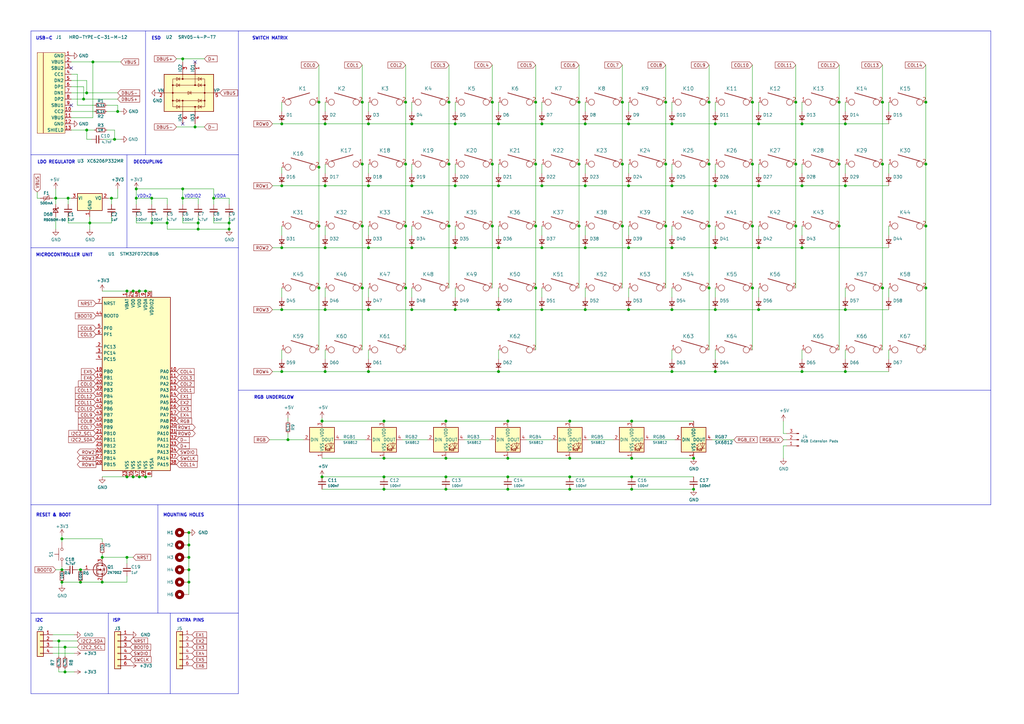
<source format=kicad_sch>
(kicad_sch (version 20200714) (host eeschema "(5.99.0-2809-gaceed2b0a4)")
  (page 1 1)
  (paper "A3")
  (title_block (title "Athene PCB F072") (rev "1.0a") (company "@kebn#2121"))
  (junction (at 22.86 81.28) (diameter 1.016))
  (junction (at 24.13 262.89) (diameter 1.016))
  (junction (at 25.4 220.98) (diameter 1.016))
  (junction (at 25.4 233.68) (diameter 1.016))
  (junction (at 25.4 238.76) (diameter 1.016))
  (junction (at 26.67 265.43) (diameter 1.016))
  (junction (at 26.67 275.59) (diameter 1.016))
  (junction (at 27.94 81.28) (diameter 1.016))
  (junction (at 33.02 233.68) (diameter 1.016))
  (junction (at 33.02 238.76) (diameter 1.016))
  (junction (at 34.29 40.64) (diameter 1.016))
  (junction (at 35.56 38.1) (diameter 1.016))
  (junction (at 35.56 53.34) (diameter 1.016))
  (junction (at 36.83 91.44) (diameter 1.016))
  (junction (at 38.1 25.4) (diameter 1.016))
  (junction (at 41.91 228.6) (diameter 1.016))
  (junction (at 41.91 238.76) (diameter 1.016))
  (junction (at 45.72 81.28) (diameter 1.016))
  (junction (at 46.99 57.15) (diameter 1.016))
  (junction (at 48.26 45.72) (diameter 1.016))
  (junction (at 52.07 119.38) (diameter 1.016))
  (junction (at 52.07 195.58) (diameter 1.016))
  (junction (at 52.07 228.6) (diameter 1.016))
  (junction (at 54.61 119.38) (diameter 1.016))
  (junction (at 54.61 195.58) (diameter 1.016))
  (junction (at 55.88 77.47) (diameter 1.016))
  (junction (at 55.88 81.28) (diameter 1.016))
  (junction (at 57.15 119.38) (diameter 1.016))
  (junction (at 57.15 195.58) (diameter 1.016))
  (junction (at 59.69 119.38) (diameter 1.016))
  (junction (at 59.69 195.58) (diameter 1.016))
  (junction (at 62.23 81.28) (diameter 1.016))
  (junction (at 62.23 91.44) (diameter 1.016))
  (junction (at 68.58 91.44) (diameter 1.016))
  (junction (at 74.93 24.13) (diameter 1.016))
  (junction (at 74.93 77.47) (diameter 1.016))
  (junction (at 74.93 81.28) (diameter 1.016))
  (junction (at 77.47 218.44) (diameter 1.016))
  (junction (at 77.47 223.52) (diameter 1.016))
  (junction (at 77.47 228.6) (diameter 1.016))
  (junction (at 77.47 233.68) (diameter 1.016))
  (junction (at 77.47 238.76) (diameter 1.016))
  (junction (at 80.01 52.07) (diameter 1.016))
  (junction (at 81.28 91.44) (diameter 1.016))
  (junction (at 81.28 93.98) (diameter 1.016))
  (junction (at 87.63 81.28) (diameter 1.016))
  (junction (at 93.98 91.44) (diameter 1.016))
  (junction (at 93.98 93.98) (diameter 1.016))
  (junction (at 115.57 50.8) (diameter 1.016))
  (junction (at 115.57 76.2) (diameter 1.016))
  (junction (at 115.57 101.6) (diameter 1.016))
  (junction (at 115.57 127) (diameter 1.016))
  (junction (at 115.57 152.4) (diameter 1.016))
  (junction (at 118.11 180.34) (diameter 1.016))
  (junction (at 130.81 41.91) (diameter 1.016))
  (junction (at 130.81 68.58) (diameter 1.016))
  (junction (at 130.81 92.71) (diameter 1.016))
  (junction (at 130.81 118.11) (diameter 1.016))
  (junction (at 132.08 172.72) (diameter 1.016))
  (junction (at 132.08 195.58) (diameter 1.016))
  (junction (at 133.35 50.8) (diameter 1.016))
  (junction (at 133.35 76.2) (diameter 1.016))
  (junction (at 133.35 101.6) (diameter 1.016))
  (junction (at 133.35 127) (diameter 1.016))
  (junction (at 133.35 152.4) (diameter 1.016))
  (junction (at 148.59 41.91) (diameter 1.016))
  (junction (at 148.59 67.31) (diameter 1.016))
  (junction (at 148.59 92.71) (diameter 1.016))
  (junction (at 148.59 118.11) (diameter 1.016))
  (junction (at 151.13 50.8) (diameter 1.016))
  (junction (at 151.13 76.2) (diameter 1.016))
  (junction (at 151.13 101.6) (diameter 1.016))
  (junction (at 151.13 127) (diameter 1.016))
  (junction (at 151.13 152.4) (diameter 1.016))
  (junction (at 157.48 172.72) (diameter 1.016))
  (junction (at 157.48 187.96) (diameter 1.016))
  (junction (at 157.48 195.58) (diameter 1.016))
  (junction (at 157.48 200.66) (diameter 1.016))
  (junction (at 166.37 41.91) (diameter 1.016))
  (junction (at 166.37 67.31) (diameter 1.016))
  (junction (at 166.37 92.71) (diameter 1.016))
  (junction (at 166.37 118.11) (diameter 1.016))
  (junction (at 168.91 50.8) (diameter 1.016))
  (junction (at 168.91 76.2) (diameter 1.016))
  (junction (at 168.91 101.6) (diameter 1.016))
  (junction (at 168.91 127) (diameter 1.016))
  (junction (at 182.88 172.72) (diameter 1.016))
  (junction (at 182.88 187.96) (diameter 1.016))
  (junction (at 182.88 195.58) (diameter 1.016))
  (junction (at 182.88 200.66) (diameter 1.016))
  (junction (at 184.15 41.91) (diameter 1.016))
  (junction (at 184.15 67.31) (diameter 1.016))
  (junction (at 184.15 92.71) (diameter 1.016))
  (junction (at 186.69 50.8) (diameter 1.016))
  (junction (at 186.69 76.2) (diameter 1.016))
  (junction (at 186.69 101.6) (diameter 1.016))
  (junction (at 186.69 127) (diameter 1.016))
  (junction (at 201.93 41.91) (diameter 1.016))
  (junction (at 201.93 67.31) (diameter 1.016))
  (junction (at 201.93 92.71) (diameter 1.016))
  (junction (at 204.47 50.8) (diameter 1.016))
  (junction (at 204.47 76.2) (diameter 1.016))
  (junction (at 204.47 101.6) (diameter 1.016))
  (junction (at 204.47 127) (diameter 1.016))
  (junction (at 204.47 152.4) (diameter 1.016))
  (junction (at 208.28 172.72) (diameter 1.016))
  (junction (at 208.28 187.96) (diameter 1.016))
  (junction (at 208.28 195.58) (diameter 1.016))
  (junction (at 208.28 200.66) (diameter 1.016))
  (junction (at 219.71 41.91) (diameter 1.016))
  (junction (at 219.71 67.31) (diameter 1.016))
  (junction (at 219.71 92.71) (diameter 1.016))
  (junction (at 219.71 118.11) (diameter 1.016))
  (junction (at 222.25 50.8) (diameter 1.016))
  (junction (at 222.25 76.2) (diameter 1.016))
  (junction (at 222.25 101.6) (diameter 1.016))
  (junction (at 222.25 127) (diameter 1.016))
  (junction (at 233.68 172.72) (diameter 1.016))
  (junction (at 233.68 187.96) (diameter 1.016))
  (junction (at 233.68 195.58) (diameter 1.016))
  (junction (at 233.68 200.66) (diameter 1.016))
  (junction (at 237.49 41.91) (diameter 1.016))
  (junction (at 237.49 67.31) (diameter 1.016))
  (junction (at 237.49 92.71) (diameter 1.016))
  (junction (at 240.03 50.8) (diameter 1.016))
  (junction (at 240.03 76.2) (diameter 1.016))
  (junction (at 240.03 101.6) (diameter 1.016))
  (junction (at 240.03 127) (diameter 1.016))
  (junction (at 255.27 41.91) (diameter 1.016))
  (junction (at 255.27 67.31) (diameter 1.016))
  (junction (at 255.27 92.71) (diameter 1.016))
  (junction (at 257.81 50.8) (diameter 1.016))
  (junction (at 257.81 76.2) (diameter 1.016))
  (junction (at 257.81 101.6) (diameter 1.016))
  (junction (at 257.81 127) (diameter 1.016))
  (junction (at 259.08 172.72) (diameter 1.016))
  (junction (at 259.08 187.96) (diameter 1.016))
  (junction (at 259.08 195.58) (diameter 1.016))
  (junction (at 259.08 200.66) (diameter 1.016))
  (junction (at 273.05 41.91) (diameter 1.016))
  (junction (at 273.05 67.31) (diameter 1.016))
  (junction (at 273.05 92.71) (diameter 1.016))
  (junction (at 275.59 50.8) (diameter 1.016))
  (junction (at 275.59 76.2) (diameter 1.016))
  (junction (at 275.59 101.6) (diameter 1.016))
  (junction (at 275.59 127) (diameter 1.016))
  (junction (at 275.59 152.4) (diameter 1.016))
  (junction (at 284.48 187.96) (diameter 1.016))
  (junction (at 284.48 200.66) (diameter 1.016))
  (junction (at 290.83 41.91) (diameter 1.016))
  (junction (at 290.83 67.31) (diameter 1.016))
  (junction (at 290.83 92.71) (diameter 1.016))
  (junction (at 290.83 118.11) (diameter 1.016))
  (junction (at 293.37 50.8) (diameter 1.016))
  (junction (at 293.37 76.2) (diameter 1.016))
  (junction (at 293.37 101.6) (diameter 1.016))
  (junction (at 293.37 127) (diameter 1.016))
  (junction (at 293.37 152.4) (diameter 1.016))
  (junction (at 308.61 41.91) (diameter 1.016))
  (junction (at 308.61 67.31) (diameter 1.016))
  (junction (at 308.61 92.71) (diameter 1.016))
  (junction (at 308.61 118.11) (diameter 1.016))
  (junction (at 311.15 50.8) (diameter 1.016))
  (junction (at 311.15 76.2) (diameter 1.016))
  (junction (at 311.15 101.6) (diameter 1.016))
  (junction (at 311.15 127) (diameter 1.016))
  (junction (at 326.39 41.91) (diameter 1.016))
  (junction (at 326.39 67.31) (diameter 1.016))
  (junction (at 326.39 92.71) (diameter 1.016))
  (junction (at 328.93 50.8) (diameter 1.016))
  (junction (at 328.93 76.2) (diameter 1.016))
  (junction (at 328.93 101.6) (diameter 1.016))
  (junction (at 328.93 152.4) (diameter 1.016))
  (junction (at 344.17 41.91) (diameter 1.016))
  (junction (at 344.17 67.31) (diameter 1.016))
  (junction (at 344.17 92.71) (diameter 1.016))
  (junction (at 346.71 50.8) (diameter 1.016))
  (junction (at 346.71 76.2) (diameter 1.016))
  (junction (at 346.71 127) (diameter 1.016))
  (junction (at 346.71 152.4) (diameter 1.016))
  (junction (at 361.95 41.91) (diameter 1.016))
  (junction (at 361.95 67.31) (diameter 1.016))
  (junction (at 361.95 118.11) (diameter 1.016))
  (junction (at 379.73 41.91) (diameter 1.016))
  (junction (at 379.73 67.31) (diameter 1.016))
  (junction (at 379.73 92.71) (diameter 1.016))
  (junction (at 379.73 118.11) (diameter 1.016))
  (no_connect (at 80.01 25.4))
  (no_connect (at 29.21 43.18))
  (no_connect (at 29.21 27.94))
  (no_connect (at 74.93 50.8))
  (wire (pts (xy 15.24 78.74) (xy 15.24 81.28)))
  (wire (pts (xy 15.24 81.28) (xy 16.51 81.28)))
  (wire (pts (xy 21.59 81.28) (xy 22.86 81.28)))
  (wire (pts (xy 21.59 262.89) (xy 24.13 262.89)))
  (wire (pts (xy 21.59 265.43) (xy 26.67 265.43)))
  (wire (pts (xy 21.59 267.97) (xy 30.48 267.97)))
  (wire (pts (xy 22.86 77.47) (xy 22.86 81.28)))
  (wire (pts (xy 22.86 81.28) (xy 22.86 83.82)))
  (wire (pts (xy 22.86 81.28) (xy 27.94 81.28)))
  (wire (pts (xy 22.86 88.9) (xy 22.86 93.98)))
  (wire (pts (xy 22.86 233.68) (xy 25.4 233.68)))
  (wire (pts (xy 24.13 262.89) (xy 24.13 269.24)))
  (wire (pts (xy 24.13 262.89) (xy 31.75 262.89)))
  (wire (pts (xy 24.13 275.59) (xy 24.13 274.32)))
  (wire (pts (xy 24.13 275.59) (xy 26.67 275.59)))
  (wire (pts (xy 25.4 219.71) (xy 25.4 220.98)))
  (wire (pts (xy 25.4 220.98) (xy 25.4 222.25)))
  (wire (pts (xy 25.4 232.41) (xy 25.4 233.68)))
  (wire (pts (xy 25.4 233.68) (xy 26.67 233.68)))
  (wire (pts (xy 25.4 238.76) (xy 25.4 240.03)))
  (wire (pts (xy 25.4 238.76) (xy 33.02 238.76)))
  (wire (pts (xy 26.67 265.43) (xy 26.67 269.24)))
  (wire (pts (xy 26.67 265.43) (xy 31.75 265.43)))
  (wire (pts (xy 26.67 275.59) (xy 26.67 274.32)))
  (wire (pts (xy 26.67 275.59) (xy 30.48 275.59)))
  (wire (pts (xy 27.94 81.28) (xy 27.94 83.82)))
  (wire (pts (xy 27.94 81.28) (xy 29.21 81.28)))
  (wire (pts (xy 27.94 88.9) (xy 27.94 91.44)))
  (wire (pts (xy 27.94 91.44) (xy 36.83 91.44)))
  (wire (pts (xy 29.21 25.4) (xy 38.1 25.4)))
  (wire (pts (xy 29.21 30.48) (xy 31.75 30.48)))
  (wire (pts (xy 29.21 33.02) (xy 35.56 33.02)))
  (wire (pts (xy 29.21 35.56) (xy 34.29 35.56)))
  (wire (pts (xy 29.21 38.1) (xy 35.56 38.1)))
  (wire (pts (xy 29.21 40.64) (xy 34.29 40.64)))
  (wire (pts (xy 29.21 45.72) (xy 38.735 45.72)))
  (wire (pts (xy 29.21 48.26) (xy 38.1 48.26)))
  (wire (pts (xy 29.21 53.34) (xy 35.56 53.34)))
  (wire (pts (xy 30.48 260.35) (xy 21.59 260.35)))
  (wire (pts (xy 31.75 30.48) (xy 31.75 43.18)))
  (wire (pts (xy 31.75 43.18) (xy 38.735 43.18)))
  (wire (pts (xy 31.75 233.68) (xy 33.02 233.68)))
  (wire (pts (xy 33.02 233.68) (xy 34.29 233.68)))
  (wire (pts (xy 33.02 238.76) (xy 41.91 238.76)))
  (wire (pts (xy 34.29 35.56) (xy 34.29 40.64)))
  (wire (pts (xy 34.29 40.64) (xy 48.26 40.64)))
  (wire (pts (xy 35.56 33.02) (xy 35.56 38.1)))
  (wire (pts (xy 35.56 38.1) (xy 48.26 38.1)))
  (wire (pts (xy 35.56 53.34) (xy 35.56 57.15)))
  (wire (pts (xy 35.56 53.34) (xy 38.735 53.34)))
  (wire (pts (xy 36.83 91.44) (xy 36.83 88.9)))
  (wire (pts (xy 36.83 91.44) (xy 36.83 93.98)))
  (wire (pts (xy 36.83 91.44) (xy 45.72 91.44)))
  (wire (pts (xy 37.465 57.15) (xy 35.56 57.15)))
  (wire (pts (xy 38.1 25.4) (xy 38.1 48.26)))
  (wire (pts (xy 38.1 25.4) (xy 49.53 25.4)))
  (wire (pts (xy 41.91 119.38) (xy 52.07 119.38)))
  (wire (pts (xy 41.91 195.58) (xy 52.07 195.58)))
  (wire (pts (xy 41.91 220.98) (xy 25.4 220.98)))
  (wire (pts (xy 41.91 222.25) (xy 41.91 220.98)))
  (wire (pts (xy 41.91 227.33) (xy 41.91 228.6)))
  (wire (pts (xy 41.91 228.6) (xy 52.07 228.6)))
  (wire (pts (xy 41.91 238.76) (xy 52.07 238.76)))
  (wire (pts (xy 42.545 57.15) (xy 46.99 57.15)))
  (wire (pts (xy 43.815 43.18) (xy 48.26 43.18)))
  (wire (pts (xy 43.815 45.72) (xy 48.26 45.72)))
  (wire (pts (xy 43.815 53.34) (xy 46.99 53.34)))
  (wire (pts (xy 44.45 81.28) (xy 45.72 81.28)))
  (wire (pts (xy 45.72 81.28) (xy 48.26 81.28)))
  (wire (pts (xy 45.72 83.82) (xy 45.72 81.28)))
  (wire (pts (xy 45.72 91.44) (xy 45.72 88.9)))
  (wire (pts (xy 46.99 53.34) (xy 46.99 57.15)))
  (wire (pts (xy 46.99 57.15) (xy 49.53 57.15)))
  (wire (pts (xy 48.26 43.18) (xy 48.26 45.72)))
  (wire (pts (xy 48.26 45.72) (xy 49.53 45.72)))
  (wire (pts (xy 48.26 77.47) (xy 48.26 81.28)))
  (wire (pts (xy 52.07 119.38) (xy 54.61 119.38)))
  (wire (pts (xy 52.07 195.58) (xy 54.61 195.58)))
  (wire (pts (xy 52.07 228.6) (xy 52.07 231.14)))
  (wire (pts (xy 52.07 228.6) (xy 54.61 228.6)))
  (wire (pts (xy 52.07 236.22) (xy 52.07 238.76)))
  (wire (pts (xy 54.61 119.38) (xy 57.15 119.38)))
  (wire (pts (xy 54.61 195.58) (xy 57.15 195.58)))
  (wire (pts (xy 55.88 77.47) (xy 55.88 81.28)))
  (wire (pts (xy 55.88 77.47) (xy 74.93 77.47)))
  (wire (pts (xy 55.88 81.28) (xy 55.88 83.82)))
  (wire (pts (xy 55.88 81.28) (xy 62.23 81.28)))
  (wire (pts (xy 55.88 91.44) (xy 55.88 88.9)))
  (wire (pts (xy 55.88 91.44) (xy 62.23 91.44)))
  (wire (pts (xy 57.15 119.38) (xy 59.69 119.38)))
  (wire (pts (xy 57.15 195.58) (xy 59.69 195.58)))
  (wire (pts (xy 59.69 119.38) (xy 62.23 119.38)))
  (wire (pts (xy 59.69 195.58) (xy 62.23 195.58)))
  (wire (pts (xy 62.23 81.28) (xy 62.23 83.82)))
  (wire (pts (xy 62.23 81.28) (xy 68.58 81.28)))
  (wire (pts (xy 62.23 91.44) (xy 62.23 88.9)))
  (wire (pts (xy 62.23 91.44) (xy 68.58 91.44)))
  (wire (pts (xy 68.58 81.28) (xy 68.58 83.82)))
  (wire (pts (xy 68.58 91.44) (xy 68.58 88.9)))
  (wire (pts (xy 68.58 91.44) (xy 68.58 93.98)))
  (wire (pts (xy 68.58 93.98) (xy 81.28 93.98)))
  (wire (pts (xy 72.39 24.13) (xy 74.93 24.13)))
  (wire (pts (xy 72.39 52.07) (xy 80.01 52.07)))
  (wire (pts (xy 74.93 24.13) (xy 74.93 25.4)))
  (wire (pts (xy 74.93 24.13) (xy 83.82 24.13)))
  (wire (pts (xy 74.93 77.47) (xy 74.93 81.28)))
  (wire (pts (xy 74.93 77.47) (xy 87.63 77.47)))
  (wire (pts (xy 74.93 81.28) (xy 74.93 83.82)))
  (wire (pts (xy 74.93 81.28) (xy 81.28 81.28)))
  (wire (pts (xy 74.93 91.44) (xy 74.93 88.9)))
  (wire (pts (xy 74.93 91.44) (xy 81.28 91.44)))
  (wire (pts (xy 77.47 218.44) (xy 77.47 223.52)))
  (wire (pts (xy 77.47 223.52) (xy 77.47 228.6)))
  (wire (pts (xy 77.47 228.6) (xy 77.47 233.68)))
  (wire (pts (xy 77.47 233.68) (xy 77.47 238.76)))
  (wire (pts (xy 77.47 238.76) (xy 77.47 243.84)))
  (wire (pts (xy 80.01 50.8) (xy 80.01 52.07)))
  (wire (pts (xy 80.01 52.07) (xy 83.82 52.07)))
  (wire (pts (xy 81.28 81.28) (xy 81.28 83.82)))
  (wire (pts (xy 81.28 91.44) (xy 81.28 88.9)))
  (wire (pts (xy 81.28 91.44) (xy 81.28 93.98)))
  (wire (pts (xy 81.28 93.98) (xy 93.98 93.98)))
  (wire (pts (xy 87.63 77.47) (xy 87.63 81.28)))
  (wire (pts (xy 87.63 81.28) (xy 87.63 83.82)))
  (wire (pts (xy 87.63 81.28) (xy 93.98 81.28)))
  (wire (pts (xy 87.63 91.44) (xy 87.63 88.9)))
  (wire (pts (xy 87.63 91.44) (xy 93.98 91.44)))
  (wire (pts (xy 93.98 81.28) (xy 93.98 83.82)))
  (wire (pts (xy 93.98 91.44) (xy 93.98 88.9)))
  (wire (pts (xy 93.98 91.44) (xy 93.98 93.98)))
  (wire (pts (xy 110.49 180.34) (xy 118.11 180.34)))
  (wire (pts (xy 111.76 50.8) (xy 115.57 50.8)))
  (wire (pts (xy 111.76 76.2) (xy 115.57 76.2)))
  (wire (pts (xy 111.76 101.6) (xy 115.57 101.6)))
  (wire (pts (xy 111.76 127) (xy 115.57 127)))
  (wire (pts (xy 111.76 152.4) (xy 115.57 152.4)))
  (wire (pts (xy 115.57 41.91) (xy 115.57 45.72)))
  (wire (pts (xy 115.57 50.8) (xy 133.35 50.8)))
  (wire (pts (xy 115.57 68.58) (xy 115.57 71.12)))
  (wire (pts (xy 115.57 76.2) (xy 133.35 76.2)))
  (wire (pts (xy 115.57 92.71) (xy 115.57 96.52)))
  (wire (pts (xy 115.57 101.6) (xy 133.35 101.6)))
  (wire (pts (xy 115.57 118.11) (xy 115.57 121.92)))
  (wire (pts (xy 115.57 127) (xy 133.35 127)))
  (wire (pts (xy 115.57 143.51) (xy 115.57 147.32)))
  (wire (pts (xy 115.57 152.4) (xy 133.35 152.4)))
  (wire (pts (xy 118.11 171.45) (xy 118.11 172.72)))
  (wire (pts (xy 118.11 177.8) (xy 118.11 180.34)))
  (wire (pts (xy 118.11 180.34) (xy 124.46 180.34)))
  (wire (pts (xy 130.81 26.67) (xy 130.81 41.91)))
  (wire (pts (xy 130.81 41.91) (xy 130.81 68.58)))
  (wire (pts (xy 130.81 68.58) (xy 130.81 92.71)))
  (wire (pts (xy 130.81 92.71) (xy 130.81 118.11)))
  (wire (pts (xy 130.81 118.11) (xy 130.81 143.51)))
  (wire (pts (xy 132.08 171.45) (xy 132.08 172.72)))
  (wire (pts (xy 132.08 172.72) (xy 157.48 172.72)))
  (wire (pts (xy 132.08 187.96) (xy 157.48 187.96)))
  (wire (pts (xy 132.08 195.58) (xy 157.48 195.58)))
  (wire (pts (xy 132.08 200.66) (xy 157.48 200.66)))
  (wire (pts (xy 133.35 41.91) (xy 133.35 45.72)))
  (wire (pts (xy 133.35 50.8) (xy 151.13 50.8)))
  (wire (pts (xy 133.35 67.31) (xy 133.35 71.12)))
  (wire (pts (xy 133.35 76.2) (xy 151.13 76.2)))
  (wire (pts (xy 133.35 92.71) (xy 133.35 96.52)))
  (wire (pts (xy 133.35 101.6) (xy 151.13 101.6)))
  (wire (pts (xy 133.35 118.11) (xy 133.35 121.92)))
  (wire (pts (xy 133.35 127) (xy 151.13 127)))
  (wire (pts (xy 133.35 143.51) (xy 133.35 147.32)))
  (wire (pts (xy 133.35 152.4) (xy 151.13 152.4)))
  (wire (pts (xy 139.7 180.34) (xy 149.86 180.34)))
  (wire (pts (xy 148.59 26.67) (xy 148.59 41.91)))
  (wire (pts (xy 148.59 41.91) (xy 148.59 67.31)))
  (wire (pts (xy 148.59 67.31) (xy 148.59 92.71)))
  (wire (pts (xy 148.59 92.71) (xy 148.59 118.11)))
  (wire (pts (xy 148.59 118.11) (xy 148.59 143.51)))
  (wire (pts (xy 151.13 41.91) (xy 151.13 45.72)))
  (wire (pts (xy 151.13 50.8) (xy 168.91 50.8)))
  (wire (pts (xy 151.13 67.31) (xy 151.13 71.12)))
  (wire (pts (xy 151.13 76.2) (xy 168.91 76.2)))
  (wire (pts (xy 151.13 92.71) (xy 151.13 96.52)))
  (wire (pts (xy 151.13 101.6) (xy 168.91 101.6)))
  (wire (pts (xy 151.13 118.11) (xy 151.13 121.92)))
  (wire (pts (xy 151.13 127) (xy 168.91 127)))
  (wire (pts (xy 151.13 143.51) (xy 151.13 147.32)))
  (wire (pts (xy 151.13 152.4) (xy 204.47 152.4)))
  (wire (pts (xy 157.48 172.72) (xy 182.88 172.72)))
  (wire (pts (xy 157.48 187.96) (xy 182.88 187.96)))
  (wire (pts (xy 157.48 195.58) (xy 182.88 195.58)))
  (wire (pts (xy 157.48 200.66) (xy 182.88 200.66)))
  (wire (pts (xy 165.1 180.34) (xy 175.26 180.34)))
  (wire (pts (xy 166.37 26.67) (xy 166.37 41.91)))
  (wire (pts (xy 166.37 41.91) (xy 166.37 67.31)))
  (wire (pts (xy 166.37 67.31) (xy 166.37 92.71)))
  (wire (pts (xy 166.37 92.71) (xy 166.37 118.11)))
  (wire (pts (xy 166.37 118.11) (xy 166.37 143.51)))
  (wire (pts (xy 168.91 41.91) (xy 168.91 45.72)))
  (wire (pts (xy 168.91 50.8) (xy 186.69 50.8)))
  (wire (pts (xy 168.91 67.31) (xy 168.91 71.12)))
  (wire (pts (xy 168.91 76.2) (xy 186.69 76.2)))
  (wire (pts (xy 168.91 92.71) (xy 168.91 96.52)))
  (wire (pts (xy 168.91 101.6) (xy 186.69 101.6)))
  (wire (pts (xy 168.91 118.11) (xy 168.91 121.92)))
  (wire (pts (xy 168.91 127) (xy 186.69 127)))
  (wire (pts (xy 182.88 172.72) (xy 208.28 172.72)))
  (wire (pts (xy 182.88 187.96) (xy 208.28 187.96)))
  (wire (pts (xy 182.88 195.58) (xy 208.28 195.58)))
  (wire (pts (xy 182.88 200.66) (xy 208.28 200.66)))
  (wire (pts (xy 184.15 26.67) (xy 184.15 41.91)))
  (wire (pts (xy 184.15 41.91) (xy 184.15 67.31)))
  (wire (pts (xy 184.15 67.31) (xy 184.15 92.71)))
  (wire (pts (xy 184.15 92.71) (xy 184.15 118.11)))
  (wire (pts (xy 186.69 41.91) (xy 186.69 45.72)))
  (wire (pts (xy 186.69 50.8) (xy 204.47 50.8)))
  (wire (pts (xy 186.69 67.31) (xy 186.69 71.12)))
  (wire (pts (xy 186.69 76.2) (xy 204.47 76.2)))
  (wire (pts (xy 186.69 92.71) (xy 186.69 96.52)))
  (wire (pts (xy 186.69 101.6) (xy 204.47 101.6)))
  (wire (pts (xy 186.69 118.11) (xy 186.69 121.92)))
  (wire (pts (xy 186.69 127) (xy 204.47 127)))
  (wire (pts (xy 190.5 180.34) (xy 200.66 180.34)))
  (wire (pts (xy 201.93 26.67) (xy 201.93 41.91)))
  (wire (pts (xy 201.93 41.91) (xy 201.93 67.31)))
  (wire (pts (xy 201.93 67.31) (xy 201.93 92.71)))
  (wire (pts (xy 201.93 92.71) (xy 201.93 118.11)))
  (wire (pts (xy 204.47 41.91) (xy 204.47 45.72)))
  (wire (pts (xy 204.47 50.8) (xy 222.25 50.8)))
  (wire (pts (xy 204.47 67.31) (xy 204.47 71.12)))
  (wire (pts (xy 204.47 76.2) (xy 222.25 76.2)))
  (wire (pts (xy 204.47 92.71) (xy 204.47 96.52)))
  (wire (pts (xy 204.47 101.6) (xy 222.25 101.6)))
  (wire (pts (xy 204.47 118.11) (xy 204.47 121.92)))
  (wire (pts (xy 204.47 127) (xy 222.25 127)))
  (wire (pts (xy 204.47 143.51) (xy 204.47 147.32)))
  (wire (pts (xy 204.47 152.4) (xy 275.59 152.4)))
  (wire (pts (xy 208.28 172.72) (xy 233.68 172.72)))
  (wire (pts (xy 208.28 187.96) (xy 233.68 187.96)))
  (wire (pts (xy 208.28 195.58) (xy 233.68 195.58)))
  (wire (pts (xy 208.28 200.66) (xy 233.68 200.66)))
  (wire (pts (xy 215.9 180.34) (xy 226.06 180.34)))
  (wire (pts (xy 219.71 26.67) (xy 219.71 41.91)))
  (wire (pts (xy 219.71 41.91) (xy 219.71 67.31)))
  (wire (pts (xy 219.71 67.31) (xy 219.71 92.71)))
  (wire (pts (xy 219.71 92.71) (xy 219.71 118.11)))
  (wire (pts (xy 219.71 118.11) (xy 219.71 143.51)))
  (wire (pts (xy 222.25 41.91) (xy 222.25 45.72)))
  (wire (pts (xy 222.25 50.8) (xy 240.03 50.8)))
  (wire (pts (xy 222.25 67.31) (xy 222.25 71.12)))
  (wire (pts (xy 222.25 76.2) (xy 240.03 76.2)))
  (wire (pts (xy 222.25 92.71) (xy 222.25 96.52)))
  (wire (pts (xy 222.25 101.6) (xy 240.03 101.6)))
  (wire (pts (xy 222.25 118.11) (xy 222.25 121.92)))
  (wire (pts (xy 222.25 127) (xy 240.03 127)))
  (wire (pts (xy 233.68 172.72) (xy 259.08 172.72)))
  (wire (pts (xy 233.68 187.96) (xy 259.08 187.96)))
  (wire (pts (xy 233.68 195.58) (xy 259.08 195.58)))
  (wire (pts (xy 233.68 200.66) (xy 259.08 200.66)))
  (wire (pts (xy 237.49 26.67) (xy 237.49 41.91)))
  (wire (pts (xy 237.49 41.91) (xy 237.49 67.31)))
  (wire (pts (xy 237.49 67.31) (xy 237.49 92.71)))
  (wire (pts (xy 237.49 92.71) (xy 237.49 118.11)))
  (wire (pts (xy 240.03 41.91) (xy 240.03 45.72)))
  (wire (pts (xy 240.03 50.8) (xy 257.81 50.8)))
  (wire (pts (xy 240.03 67.31) (xy 240.03 71.12)))
  (wire (pts (xy 240.03 76.2) (xy 257.81 76.2)))
  (wire (pts (xy 240.03 92.71) (xy 240.03 96.52)))
  (wire (pts (xy 240.03 101.6) (xy 257.81 101.6)))
  (wire (pts (xy 240.03 118.11) (xy 240.03 121.92)))
  (wire (pts (xy 240.03 127) (xy 257.81 127)))
  (wire (pts (xy 241.3 180.34) (xy 251.46 180.34)))
  (wire (pts (xy 255.27 26.67) (xy 255.27 41.91)))
  (wire (pts (xy 255.27 41.91) (xy 255.27 67.31)))
  (wire (pts (xy 255.27 67.31) (xy 255.27 92.71)))
  (wire (pts (xy 255.27 92.71) (xy 255.27 118.11)))
  (wire (pts (xy 257.81 41.91) (xy 257.81 45.72)))
  (wire (pts (xy 257.81 50.8) (xy 275.59 50.8)))
  (wire (pts (xy 257.81 67.31) (xy 257.81 71.12)))
  (wire (pts (xy 257.81 76.2) (xy 275.59 76.2)))
  (wire (pts (xy 257.81 92.71) (xy 257.81 96.52)))
  (wire (pts (xy 257.81 101.6) (xy 275.59 101.6)))
  (wire (pts (xy 257.81 118.11) (xy 257.81 121.92)))
  (wire (pts (xy 257.81 127) (xy 275.59 127)))
  (wire (pts (xy 259.08 172.72) (xy 284.48 172.72)))
  (wire (pts (xy 259.08 187.96) (xy 284.48 187.96)))
  (wire (pts (xy 259.08 195.58) (xy 284.48 195.58)))
  (wire (pts (xy 259.08 200.66) (xy 284.48 200.66)))
  (wire (pts (xy 266.7 180.34) (xy 276.86 180.34)))
  (wire (pts (xy 273.05 26.67) (xy 273.05 41.91)))
  (wire (pts (xy 273.05 41.91) (xy 273.05 67.31)))
  (wire (pts (xy 273.05 67.31) (xy 273.05 92.71)))
  (wire (pts (xy 273.05 92.71) (xy 273.05 118.11)))
  (wire (pts (xy 275.59 41.91) (xy 275.59 45.72)))
  (wire (pts (xy 275.59 50.8) (xy 293.37 50.8)))
  (wire (pts (xy 275.59 67.31) (xy 275.59 71.12)))
  (wire (pts (xy 275.59 76.2) (xy 293.37 76.2)))
  (wire (pts (xy 275.59 92.71) (xy 275.59 96.52)))
  (wire (pts (xy 275.59 101.6) (xy 293.37 101.6)))
  (wire (pts (xy 275.59 118.11) (xy 275.59 121.92)))
  (wire (pts (xy 275.59 127) (xy 293.37 127)))
  (wire (pts (xy 275.59 143.51) (xy 275.59 147.32)))
  (wire (pts (xy 275.59 152.4) (xy 293.37 152.4)))
  (wire (pts (xy 290.83 26.67) (xy 290.83 41.91)))
  (wire (pts (xy 290.83 41.91) (xy 290.83 67.31)))
  (wire (pts (xy 290.83 67.31) (xy 290.83 92.71)))
  (wire (pts (xy 290.83 92.71) (xy 290.83 118.11)))
  (wire (pts (xy 290.83 118.11) (xy 290.83 143.51)))
  (wire (pts (xy 292.1 180.34) (xy 300.99 180.34)))
  (wire (pts (xy 293.37 41.91) (xy 293.37 45.72)))
  (wire (pts (xy 293.37 50.8) (xy 311.15 50.8)))
  (wire (pts (xy 293.37 67.31) (xy 293.37 71.12)))
  (wire (pts (xy 293.37 76.2) (xy 311.15 76.2)))
  (wire (pts (xy 293.37 92.71) (xy 293.37 96.52)))
  (wire (pts (xy 293.37 101.6) (xy 311.15 101.6)))
  (wire (pts (xy 293.37 118.11) (xy 293.37 121.92)))
  (wire (pts (xy 293.37 127) (xy 311.15 127)))
  (wire (pts (xy 293.37 143.51) (xy 293.37 147.32)))
  (wire (pts (xy 293.37 152.4) (xy 328.93 152.4)))
  (wire (pts (xy 308.61 26.67) (xy 308.61 41.91)))
  (wire (pts (xy 308.61 41.91) (xy 308.61 67.31)))
  (wire (pts (xy 308.61 67.31) (xy 308.61 92.71)))
  (wire (pts (xy 308.61 92.71) (xy 308.61 118.11)))
  (wire (pts (xy 308.61 118.11) (xy 308.61 143.51)))
  (wire (pts (xy 311.15 41.91) (xy 311.15 45.72)))
  (wire (pts (xy 311.15 50.8) (xy 328.93 50.8)))
  (wire (pts (xy 311.15 67.31) (xy 311.15 71.12)))
  (wire (pts (xy 311.15 76.2) (xy 328.93 76.2)))
  (wire (pts (xy 311.15 92.71) (xy 311.15 96.52)))
  (wire (pts (xy 311.15 101.6) (xy 328.93 101.6)))
  (wire (pts (xy 311.15 118.11) (xy 311.15 121.92)))
  (wire (pts (xy 311.15 127) (xy 346.71 127)))
  (wire (pts (xy 321.31 177.8) (xy 321.31 172.72)))
  (wire (pts (xy 321.31 177.8) (xy 322.58 177.8)))
  (wire (pts (xy 321.31 180.34) (xy 322.58 180.34)))
  (wire (pts (xy 321.31 182.88) (xy 321.31 187.96)))
  (wire (pts (xy 321.31 182.88) (xy 322.58 182.88)))
  (wire (pts (xy 326.39 26.67) (xy 326.39 41.91)))
  (wire (pts (xy 326.39 41.91) (xy 326.39 67.31)))
  (wire (pts (xy 326.39 67.31) (xy 326.39 92.71)))
  (wire (pts (xy 326.39 92.71) (xy 326.39 118.11)))
  (wire (pts (xy 328.93 41.91) (xy 328.93 45.72)))
  (wire (pts (xy 328.93 50.8) (xy 346.71 50.8)))
  (wire (pts (xy 328.93 67.31) (xy 328.93 71.12)))
  (wire (pts (xy 328.93 76.2) (xy 346.71 76.2)))
  (wire (pts (xy 328.93 92.71) (xy 328.93 96.52)))
  (wire (pts (xy 328.93 101.6) (xy 364.49 101.6)))
  (wire (pts (xy 328.93 143.51) (xy 328.93 147.32)))
  (wire (pts (xy 328.93 152.4) (xy 346.71 152.4)))
  (wire (pts (xy 344.17 26.67) (xy 344.17 41.91)))
  (wire (pts (xy 344.17 41.91) (xy 344.17 67.31)))
  (wire (pts (xy 344.17 67.31) (xy 344.17 92.71)))
  (wire (pts (xy 344.17 92.71) (xy 344.17 143.51)))
  (wire (pts (xy 346.71 41.91) (xy 346.71 45.72)))
  (wire (pts (xy 346.71 50.8) (xy 364.49 50.8)))
  (wire (pts (xy 346.71 67.31) (xy 346.71 71.12)))
  (wire (pts (xy 346.71 76.2) (xy 364.49 76.2)))
  (wire (pts (xy 346.71 118.11) (xy 346.71 121.92)))
  (wire (pts (xy 346.71 127) (xy 364.49 127)))
  (wire (pts (xy 346.71 143.51) (xy 346.71 147.32)))
  (wire (pts (xy 346.71 152.4) (xy 364.49 152.4)))
  (wire (pts (xy 361.95 26.67) (xy 361.95 41.91)))
  (wire (pts (xy 361.95 41.91) (xy 361.95 67.31)))
  (wire (pts (xy 361.95 67.31) (xy 361.95 118.11)))
  (wire (pts (xy 361.95 118.11) (xy 361.95 143.51)))
  (wire (pts (xy 364.49 41.91) (xy 364.49 45.72)))
  (wire (pts (xy 364.49 67.31) (xy 364.49 71.12)))
  (wire (pts (xy 364.49 92.71) (xy 364.49 96.52)))
  (wire (pts (xy 364.49 118.11) (xy 364.49 121.92)))
  (wire (pts (xy 364.49 143.51) (xy 364.49 147.32)))
  (wire (pts (xy 379.73 26.67) (xy 379.73 41.91)))
  (wire (pts (xy 379.73 41.91) (xy 379.73 67.31)))
  (wire (pts (xy 379.73 67.31) (xy 379.73 92.71)))
  (wire (pts (xy 379.73 92.71) (xy 379.73 118.11)))
  (wire (pts (xy 379.73 118.11) (xy 379.73 143.51)))
  (polyline (pts (xy 12.7 12.7) (xy 12.7 63.5)) (stroke (width 0) (type solid)))
  (polyline (pts (xy 12.7 63.5) (xy 12.7 101.6)) (stroke (width 0) (type solid)))
  (polyline (pts (xy 12.7 63.5) (xy 97.79 63.5)) (stroke (width 0) (type solid)))
  (polyline (pts (xy 12.7 101.6) (xy 12.7 207.01)) (stroke (width 0) (type solid)))
  (polyline (pts (xy 12.7 101.6) (xy 97.79 101.6)) (stroke (width 0) (type solid)))
  (polyline (pts (xy 12.7 207.01) (xy 12.7 284.48)) (stroke (width 0.152) (type solid)))
  (polyline (pts (xy 12.7 207.01) (xy 97.79 207.01)) (stroke (width 0) (type solid)))
  (polyline (pts (xy 12.7 251.46) (xy 97.79 251.46)) (stroke (width 0.152) (type solid)))
  (polyline (pts (xy 12.7 284.48) (xy 97.79 284.48)) (stroke (width 0.152) (type solid)))
  (polyline (pts (xy 44.45 251.46) (xy 44.45 284.48)) (stroke (width 0.152) (type solid)))
  (polyline (pts (xy 52.07 63.5) (xy 52.07 101.6)) (stroke (width 0) (type solid)))
  (polyline (pts (xy 59.69 12.7) (xy 59.69 63.5)) (stroke (width 0) (type solid)))
  (polyline (pts (xy 64.77 207.01) (xy 64.77 251.46)) (stroke (width 0.152) (type solid)))
  (polyline (pts (xy 69.85 251.46) (xy 69.85 284.48)) (stroke (width 0.152) (type solid)))
  (polyline (pts (xy 97.79 12.7) (xy 12.7 12.7)) (stroke (width 0) (type solid)))
  (polyline (pts (xy 97.79 12.7) (xy 406.4 12.7)) (stroke (width 0) (type solid)))
  (polyline (pts (xy 97.79 63.5) (xy 97.79 12.7)) (stroke (width 0) (type solid)))
  (polyline (pts (xy 97.79 63.5) (xy 97.79 101.6)) (stroke (width 0) (type solid)))
  (polyline (pts (xy 97.79 101.6) (xy 97.79 207.01)) (stroke (width 0) (type solid)))
  (polyline (pts (xy 97.79 160.02) (xy 406.4 160.02)) (stroke (width 0) (type solid)))
  (polyline (pts (xy 97.79 207.01) (xy 406.4 207.01)) (stroke (width 0) (type solid)))
  (polyline (pts (xy 97.79 284.48) (xy 97.79 207.01)) (stroke (width 0.152) (type solid)))
  (polyline (pts (xy 406.4 207.01) (xy 406.4 12.7)) (stroke (width 0) (type solid)))
  (text "LDO REGULATOR" (at 15.24 67.31 0) (effects (font (size 1.27 1.27) (thickness 0.254) bold) (justify left bottom)))
  (text "I2C" (at 17.78 255.27 180) (effects (font (size 1.27 1.27) (thickness 0.254) bold) (justify right bottom)))
  (text "USB-C" (at 21.59 16.51 180) (effects (font (size 1.27 1.27) (thickness 0.254) bold) (justify right bottom)))
  (text "RESET & BOOT" (at 29.21 212.09 180) (effects (font (size 1.27 1.27) (thickness 0.254) bold) (justify right bottom)))
  (text "MICROCONTROLLER UNIT" (at 38.1 105.41 180) (effects (font (size 1.27 1.27) (thickness 0.254) bold) (justify right bottom)))
  (text "ISP" (at 49.53 255.27 180) (effects (font (size 1.27 1.27) (thickness 0.254) bold) (justify right bottom)))
  (text "DECOUPLING" (at 54.61 67.31 0) (effects (font (size 1.27 1.27) (thickness 0.254) bold) (justify left bottom)))
  (text "VDDx2" (at 62.23 81.28 180) (effects (font (size 1.27 1.27)) (justify right bottom)))
  (text "ESD" (at 66.04 16.51 180) (effects (font (size 1.27 1.27) (thickness 0.254) bold) (justify right bottom)))
  (text "VDDIO2" (at 82.55 81.28 180) (effects (font (size 1.27 1.27)) (justify right bottom)))
  (text "MOUNTING HOLES" (at 83.82 212.09 180) (effects (font (size 1.27 1.27) (thickness 0.254) bold) (justify right bottom)))
  (text "EXTRA PINS" (at 83.82 255.27 180) (effects (font (size 1.27 1.27) (thickness 0.254) bold) (justify right bottom)))
  (text "VDDA" (at 92.71 81.28 180) (effects (font (size 1.27 1.27)) (justify right bottom)))
  (text "SWITCH MATRIX" (at 118.11 16.51 180) (effects (font (size 1.27 1.27) (thickness 0.254) bold) (justify right bottom)))
  (text "RGB UNDERGLOW" (at 120.65 163.83 180) (effects (font (size 1.27 1.27) (thickness 0.254) bold) (justify right bottom)))
  (global_label "VBUS" (shape input) (at 15.24 78.74 90))
  (global_label "BOOT0" (shape input) (at 22.86 233.68 180))
  (global_label "I2C2_SDA" (shape input) (at 31.75 262.89 0))
  (global_label "I2C2_SCL" (shape input) (at 31.75 265.43 0))
  (global_label "NRST" (shape input) (at 39.37 124.46 180))
  (global_label "BOOT0" (shape input) (at 39.37 129.54 180))
  (global_label "COL6" (shape input) (at 39.37 134.62 180))
  (global_label "COL5" (shape input) (at 39.37 137.16 180))
  (global_label "EX5" (shape input) (at 39.37 152.4 180))
  (global_label "EX6" (shape input) (at 39.37 154.94 180))
  (global_label "COL0" (shape input) (at 39.37 157.48 180))
  (global_label "COL13" (shape input) (at 39.37 160.02 180))
  (global_label "COL12" (shape input) (at 39.37 162.56 180))
  (global_label "COL11" (shape input) (at 39.37 165.1 180))
  (global_label "COL10" (shape input) (at 39.37 167.64 180))
  (global_label "COL9" (shape input) (at 39.37 170.18 180))
  (global_label "COL8" (shape input) (at 39.37 172.72 180))
  (global_label "COL7" (shape input) (at 39.37 175.26 180))
  (global_label "I2C2_SCL" (shape input) (at 39.37 177.8 180))
  (global_label "I2C2_SDA" (shape input) (at 39.37 180.34 180))
  (global_label "ROW2" (shape output) (at 39.37 185.42 180))
  (global_label "ROW3" (shape output) (at 39.37 187.96 180))
  (global_label "ROW4" (shape output) (at 39.37 190.5 180))
  (global_label "DBUS-" (shape input) (at 48.26 38.1 0))
  (global_label "DBUS+" (shape input) (at 48.26 40.64 0))
  (global_label "VBUS" (shape input) (at 49.53 25.4 0))
  (global_label "NRST" (shape input) (at 53.34 262.89 0))
  (global_label "BOOT0" (shape input) (at 53.34 265.43 0))
  (global_label "SWDIO" (shape input) (at 53.34 267.97 0))
  (global_label "SWCLK" (shape input) (at 53.34 270.51 0))
  (global_label "NRST" (shape input) (at 54.61 228.6 0))
  (global_label "DBUS+" (shape input) (at 72.39 24.13 180))
  (global_label "DBUS-" (shape input) (at 72.39 52.07 180))
  (global_label "COL4" (shape input) (at 72.39 152.4 0))
  (global_label "COL3" (shape input) (at 72.39 154.94 0))
  (global_label "COL2" (shape input) (at 72.39 157.48 0))
  (global_label "COL1" (shape input) (at 72.39 160.02 0))
  (global_label "EX1" (shape input) (at 72.39 162.56 0))
  (global_label "EX2" (shape input) (at 72.39 165.1 0))
  (global_label "EX3" (shape input) (at 72.39 167.64 0))
  (global_label "EX4" (shape input) (at 72.39 170.18 0))
  (global_label "RGB" (shape input) (at 72.39 172.72 0))
  (global_label "ROW1" (shape output) (at 72.39 175.26 0))
  (global_label "ROW0" (shape output) (at 72.39 177.8 0))
  (global_label "D-" (shape input) (at 72.39 180.34 0))
  (global_label "D+" (shape input) (at 72.39 182.88 0))
  (global_label "SWDIO" (shape input) (at 72.39 185.42 0))
  (global_label "SWCLK" (shape input) (at 72.39 187.96 0))
  (global_label "COL14" (shape input) (at 72.39 190.5 0))
  (global_label "EX1" (shape input) (at 78.74 260.35 0))
  (global_label "EX2" (shape input) (at 78.74 262.89 0))
  (global_label "EX3" (shape input) (at 78.74 265.43 0))
  (global_label "EX4" (shape input) (at 78.74 267.97 0))
  (global_label "EX5" (shape input) (at 78.74 270.51 0))
  (global_label "EX6" (shape input) (at 78.74 273.05 0))
  (global_label "D+" (shape input) (at 83.82 24.13 0))
  (global_label "D-" (shape input) (at 83.82 52.07 0))
  (global_label "VBUS" (shape input) (at 90.17 38.1 0))
  (global_label "RGB" (shape input) (at 110.49 180.34 180))
  (global_label "ROW0" (shape input) (at 111.76 50.8 180))
  (global_label "ROW1" (shape input) (at 111.76 76.2 180))
  (global_label "ROW2" (shape input) (at 111.76 101.6 180))
  (global_label "ROW3" (shape input) (at 111.76 127 180))
  (global_label "ROW4" (shape input) (at 111.76 152.4 180))
  (global_label "COL0" (shape input) (at 130.81 26.67 180))
  (global_label "COL1" (shape input) (at 148.59 26.67 180))
  (global_label "COL2" (shape input) (at 166.37 26.67 180))
  (global_label "COL3" (shape input) (at 184.15 26.67 180))
  (global_label "COL4" (shape input) (at 201.93 26.67 180))
  (global_label "COL5" (shape input) (at 219.71 26.67 180))
  (global_label "COL6" (shape input) (at 237.49 26.67 180))
  (global_label "COL7" (shape input) (at 255.27 26.67 180))
  (global_label "COL8" (shape input) (at 273.05 26.67 180))
  (global_label "COL9" (shape input) (at 290.83 26.67 180))
  (global_label "RGB_EX" (shape input) (at 300.99 180.34 0))
  (global_label "COL10" (shape input) (at 308.61 26.67 180))
  (global_label "RGB_EX" (shape input) (at 321.31 180.34 180))
  (global_label "COL11" (shape input) (at 326.39 26.67 180))
  (global_label "COL12" (shape input) (at 344.17 26.67 180))
  (global_label "COL13" (shape input) (at 361.95 26.67 180))
  (global_label "COL14" (shape input) (at 379.73 26.67 180))
  (symbol (lib_id "power:+5V") (at 22.86 77.47 0) (unit 1)
    (property "Reference" "#PWR02" (effects hide))
    (property "Value" "+5V" (at 20.32 73.66 0) (effects (justify left)))
  )
  (symbol (lib_id "power:+3.3V") (at 25.4 219.71 0) (unit 1)
    (property "Reference" "#PWR016" (effects hide))
    (property "Value" "+3.3V" (at 22.86 215.9 0) (effects (justify left)))
  )
  (symbol (lib_id "power:+3.3V") (at 30.48 267.97 270) (unit 1)
    (property "Reference" "#PWR011" (effects hide))
    (property "Value" "+3.3V" (at 34.29 267.97 90) (effects (justify left)))
  )
  (symbol (lib_id "power:+3.3V") (at 30.48 275.59 270) (unit 1)
    (property "Reference" "#PWR0104" (effects hide))
    (property "Value" "+3.3V" (at 34.29 275.59 90) (effects (justify left)))
  )
  (symbol (lib_id "power:+3.3V") (at 41.91 119.38 0) (unit 1)
    (property "Reference" "#PWR05" (effects hide))
    (property "Value" "+3.3V" (at 42.2783 115.0556 0))
  )
  (symbol (lib_id "power:+3.3V") (at 48.26 77.47 0) (unit 1)
    (property "Reference" "#PWR03" (effects hide))
    (property "Value" "+3.3V" (at 48.26 73.66 0))
  )
  (symbol (lib_id "power:+3.3V") (at 53.34 273.05 270) (unit 1)
    (property "Reference" "#PWR014" (effects hide))
    (property "Value" "+3.3V" (at 57.15 273.05 90) (effects (justify left)))
  )
  (symbol (lib_id "power:+3.3V") (at 55.88 77.47 0) (unit 1)
    (property "Reference" "#PWR0108" (effects hide))
    (property "Value" "+3.3V" (at 55.88 73.66 0))
  )
  (symbol (lib_id "power:+5V") (at 118.11 171.45 0) (unit 1)
    (property "Reference" "#PWR07" (effects hide))
    (property "Value" "+5V" (at 118.4783 167.1256 0))
  )
  (symbol (lib_id "power:+5V") (at 132.08 171.45 0) (unit 1)
    (property "Reference" "#PWR06" (effects hide))
    (property "Value" "+5V" (at 132.4483 167.1256 0))
  )
  (symbol (lib_id "power:+5V") (at 132.08 195.58 0) (unit 1)
    (property "Reference" "#PWR010" (effects hide))
    (property "Value" "+5V" (at 132.4483 191.2556 0))
  )
  (symbol (lib_id "power:+5V") (at 321.31 172.72 0) (unit 1)
    (property "Reference" "#PWR0106" (effects hide))
    (property "Value" "+5V" (at 321.6783 168.3956 0))
  )
  (symbol (lib_id "power:GND") (at 22.86 93.98 0) (unit 1)
    (property "Reference" "#PWR01" (effects hide))
    (property "Value" "GND" (at 22.9743 98.3044 0))
  )
  (symbol (lib_id "power:GND") (at 25.4 240.03 0) (unit 1)
    (property "Reference" "#PWR013" (effects hide))
    (property "Value" "GND" (at 25.5143 244.3544 0))
  )
  (symbol (lib_id "power:GND") (at 29.21 22.86 90) (unit 1)
    (property "Reference" "#PWR0102" (effects hide))
    (property "Value" "GND" (at 32.258 22.86 90) (effects (justify right)))
  )
  (symbol (lib_id "power:GND") (at 29.21 50.8 90) (unit 1)
    (property "Reference" "#PWR0101" (effects hide))
    (property "Value" "GND" (at 32.258 50.8 90) (effects (justify right)))
  )
  (symbol (lib_id "power:GND") (at 30.48 260.35 90) (unit 1)
    (property "Reference" "#PWR015" (effects hide))
    (property "Value" "GND" (at 34.29 260.35 90) (effects (justify right)))
  )
  (symbol (lib_id "power:GND") (at 36.83 93.98 0) (unit 1)
    (property "Reference" "#PWR04" (effects hide))
    (property "Value" "GND" (at 36.9443 98.3044 0))
  )
  (symbol (lib_id "power:GND") (at 41.91 195.58 0) (unit 1)
    (property "Reference" "#PWR09" (effects hide))
    (property "Value" "GND" (at 42.0243 199.9044 0))
  )
  (symbol (lib_id "power:GND") (at 49.53 45.72 90) (unit 1)
    (property "Reference" "#PWR0118" (effects hide))
    (property "Value" "GND" (at 52.705 45.72 90) (effects (justify right)))
  )
  (symbol (lib_id "power:GND") (at 49.53 57.15 90) (unit 1)
    (property "Reference" "#PWR0110" (effects hide))
    (property "Value" "GND" (at 52.578 57.15 90) (effects (justify right)))
  )
  (symbol (lib_id "power:GND") (at 53.34 260.35 90) (unit 1)
    (property "Reference" "#PWR0124" (effects hide))
    (property "Value" "GND" (at 59.69 260.35 90))
  )
  (symbol (lib_id "power:GND") (at 64.77 38.1 270) (unit 1)
    (property "Reference" "#PWR0116" (effects hide))
    (property "Value" "GND" (at 66.675 41.275 90) (effects (justify right)))
  )
  (symbol (lib_id "power:GND") (at 77.47 218.44 90) (unit 1)
    (property "Reference" "#PWR0103" (effects hide))
    (property "Value" "GND" (at 81.28 218.44 90) (effects (justify right)))
  )
  (symbol (lib_id "power:GND") (at 93.98 93.98 0) (unit 1)
    (property "Reference" "#PWR0105" (effects hide))
    (property "Value" "GND" (at 94.0943 98.3044 0))
  )
  (symbol (lib_id "power:GND") (at 284.48 187.96 0) (unit 1)
    (property "Reference" "#PWR0119" (effects hide))
    (property "Value" "GND" (at 284.5943 192.2844 0))
  )
  (symbol (lib_id "power:GND") (at 284.48 200.66 0) (unit 1)
    (property "Reference" "#PWR0120" (effects hide))
    (property "Value" "GND" (at 284.5943 204.9844 0))
  )
  (symbol (lib_id "power:GND") (at 321.31 187.96 0) (unit 1)
    (property "Reference" "#PWR0107" (effects hide))
    (property "Value" "GND" (at 321.4243 192.2844 0))
  )
  (symbol (lib_id "Device:R_Small") (at 24.13 271.78 0) (mirror x) (unit 1)
    (property "Reference" "R7" (at 21.59 271.78 90))
    (property "Value" "4.7k" (at 24.13 271.78 90) (effects (font (size 1 1))))
    (property "Footprint" "Resistor_SMD:R_0805_2012Metric" (effects hide))
    (property "LCSC" "C17673" (effects hide))
  )
  (symbol (lib_id "Device:R_Small") (at 25.4 236.22 0) (unit 1)
    (property "Reference" "R4" (at 26.264 235.071 0) (effects (justify left)))
    (property "Value" "10k" (at 25.4 237.49 90) (effects (font (size 1 1)) (justify left)))
    (property "Footprint" "Resistor_SMD:R_0805_2012Metric" (effects hide))
    (property "LCSC" "C17414" (effects hide))
  )
  (symbol (lib_id "Device:R_Small") (at 26.67 271.78 0) (unit 1)
    (property "Reference" "R8" (at 29.21 271.78 90))
    (property "Value" "4.7k" (at 26.67 271.78 90) (effects (font (size 1 1))))
    (property "Footprint" "Resistor_SMD:R_0805_2012Metric" (effects hide))
    (property "LCSC" "C17673" (effects hide))
  )
  (symbol (lib_id "Device:R_Small") (at 33.02 236.22 0) (unit 1)
    (property "Reference" "R6" (at 33.884 235.071 0) (effects (justify left)))
    (property "Value" "100k" (at 33.02 238.125 90) (effects (font (size 1 1)) (justify left)))
    (property "Footprint" "Resistor_SMD:R_0805_2012Metric" (effects hide))
    (property "LCSC" "C17407" (effects hide))
  )
  (symbol (lib_id "Device:R_Small") (at 41.275 43.18 90) (unit 1)
    (property "Reference" "R1" (at 41.275 41.402 90))
    (property "Value" "5.1k" (at 41.275 43.18 90) (effects (font (size 1 1))))
    (property "Footprint" "Resistor_SMD:R_0805_2012Metric" (effects hide))
    (property "LCSC" "C27834" (effects hide))
  )
  (symbol (lib_id "Device:R_Small") (at 41.275 45.72 90) (unit 1)
    (property "Reference" "R2" (at 41.275 47.758 90))
    (property "Value" "5.1k" (at 41.275 45.72 90) (effects (font (size 1 1))))
    (property "Footprint" "Resistor_SMD:R_0805_2012Metric" (effects hide))
    (property "LCSC" "C27834" (effects hide))
  )
  (symbol (lib_id "Device:R_Small") (at 41.275 53.34 270) (unit 1)
    (property "Reference" "R3" (at 41.275 51.435 90))
    (property "Value" "1M" (at 41.275 53.34 90) (effects (font (size 1 1))))
    (property "Footprint" "Resistor_SMD:R_0805_2012Metric" (effects hide))
    (property "LCSC" "C17514" (effects hide))
  )
  (symbol (lib_id "Device:R_Small") (at 41.91 224.79 0) (unit 1)
    (property "Reference" "R5" (at 42.774 223.641 0) (effects (justify left)))
    (property "Value" "10k" (at 41.91 226.06 90) (effects (font (size 1 1)) (justify left)))
    (property "Footprint" "Resistor_SMD:R_0805_2012Metric" (effects hide))
    (property "LCSC" "C17414" (effects hide))
  )
  (symbol (lib_id "Device:R_Small") (at 118.11 175.26 180) (unit 1)
    (property "Reference" "R9" (at 120.148 175.26 90))
    (property "Value" "5.1k" (at 118.11 175.26 90) (effects (font (size 1 1))))
    (property "Footprint" "Resistor_SMD:R_0805_2012Metric" (effects hide))
    (property "LCSC" "C27834" (effects hide))
  )
  (symbol (lib_id "Device:Polyfuse_Small") (at 19.05 81.28 90) (unit 1)
    (property "Reference" "F1" (at 19.05 79.248 90))
    (property "Value" "500mA" (at 19.05 83.312 90) (effects (font (size 1 1))))
    (property "Footprint" "Fuse:Fuse_1206_3216Metric" (effects hide))
    (property "LCSC" "C151162" (effects hide))
  )
  (symbol (lib_id "Device:D_Schottky_Small") (at 22.86 86.36 270) (unit 1)
    (property "Reference" "D68" (at 17.78 87.884 90) (effects (justify left)))
    (property "Value" "RB060M-60" (at 17.78 90.17 90) (effects (font (size 1 1)) (justify left)))
    (property "Footprint" "Diode_SMD:D_SOD-123" (effects hide))
    (property "LCSC" "C115330" (effects hide))
  )
  (symbol (lib_id "Device:D_Small") (at 115.57 48.26 90) (unit 1)
    (property "Reference" "D1" (at 117.3481 47.1106 90) (effects (justify right)))
    (property "Value" "1N4148W" (effects hide))
    (property "Footprint" "Diode_SMD:D_SOD-123" (effects hide))
    (property "LCSC" "C81598" (effects hide))
  )
  (symbol (lib_id "Device:D_Small") (at 115.57 73.66 90) (unit 1)
    (property "Reference" "D16" (at 117.3481 72.5106 90) (effects (justify right)))
    (property "Value" "1N4148W" (effects hide))
    (property "Footprint" "Diode_SMD:D_SOD-123" (effects hide))
    (property "LCSC" "C81598" (effects hide))
  )
  (symbol (lib_id "Device:D_Small") (at 115.57 99.06 90) (unit 1)
    (property "Reference" "D31" (at 117.3481 97.9106 90) (effects (justify right)))
    (property "Value" "1N4148W" (effects hide))
    (property "Footprint" "Diode_SMD:D_SOD-123" (effects hide))
    (property "LCSC" "C81598" (effects hide))
  )
  (symbol (lib_id "Device:D_Small") (at 115.57 124.46 90) (unit 1)
    (property "Reference" "D45" (at 117.3481 123.3106 90) (effects (justify right)))
    (property "Value" "1N4148W" (effects hide))
    (property "Footprint" "Diode_SMD:D_SOD-123" (effects hide))
    (property "LCSC" "C81598" (effects hide))
  )
  (symbol (lib_id "Device:D_Small") (at 115.57 149.86 90) (unit 1)
    (property "Reference" "D59" (at 117.3481 148.7106 90) (effects (justify right)))
    (property "Value" "1N4148W" (effects hide))
    (property "Footprint" "Diode_SMD:D_SOD-123" (effects hide))
    (property "LCSC" "C81598" (effects hide))
  )
  (symbol (lib_id "Device:D_Small") (at 133.35 48.26 90) (unit 1)
    (property "Reference" "D2" (at 135.1281 47.1106 90) (effects (justify right)))
    (property "Value" "1N4148W" (effects hide))
    (property "Footprint" "Diode_SMD:D_SOD-123" (effects hide))
    (property "LCSC" "C81598" (effects hide))
  )
  (symbol (lib_id "Device:D_Small") (at 133.35 73.66 90) (unit 1)
    (property "Reference" "D17" (at 135.1281 72.5106 90) (effects (justify right)))
    (property "Value" "1N4148W" (effects hide))
    (property "Footprint" "Diode_SMD:D_SOD-123" (effects hide))
    (property "LCSC" "C81598" (effects hide))
  )
  (symbol (lib_id "Device:D_Small") (at 133.35 99.06 90) (unit 1)
    (property "Reference" "D32" (at 135.1281 97.9106 90) (effects (justify right)))
    (property "Value" "1N4148W" (effects hide))
    (property "Footprint" "Diode_SMD:D_SOD-123" (effects hide))
    (property "LCSC" "C81598" (effects hide))
  )
  (symbol (lib_id "Device:D_Small") (at 133.35 124.46 90) (unit 1)
    (property "Reference" "D46" (at 135.1281 123.3106 90) (effects (justify right)))
    (property "Value" "1N4148W" (effects hide))
    (property "Footprint" "Diode_SMD:D_SOD-123" (effects hide))
    (property "LCSC" "C81598" (effects hide))
  )
  (symbol (lib_id "Device:D_Small") (at 133.35 149.86 90) (unit 1)
    (property "Reference" "D60" (at 135.1281 148.7106 90) (effects (justify right)))
    (property "Value" "1N4148W" (effects hide))
    (property "Footprint" "Diode_SMD:D_SOD-123" (effects hide))
    (property "LCSC" "C81598" (effects hide))
  )
  (symbol (lib_id "Device:D_Small") (at 151.13 48.26 90) (unit 1)
    (property "Reference" "D3" (at 152.9081 47.1106 90) (effects (justify right)))
    (property "Value" "1N4148W" (effects hide))
    (property "Footprint" "Diode_SMD:D_SOD-123" (effects hide))
    (property "LCSC" "C81598" (effects hide))
  )
  (symbol (lib_id "Device:D_Small") (at 151.13 73.66 90) (unit 1)
    (property "Reference" "D18" (at 152.9081 72.5106 90) (effects (justify right)))
    (property "Value" "1N4148W" (effects hide))
    (property "Footprint" "Diode_SMD:D_SOD-123" (effects hide))
    (property "LCSC" "C81598" (effects hide))
  )
  (symbol (lib_id "Device:D_Small") (at 151.13 99.06 90) (unit 1)
    (property "Reference" "D33" (at 152.9081 97.9106 90) (effects (justify right)))
    (property "Value" "1N4148W" (effects hide))
    (property "Footprint" "Diode_SMD:D_SOD-123" (effects hide))
    (property "LCSC" "C81598" (effects hide))
  )
  (symbol (lib_id "Device:D_Small") (at 151.13 124.46 90) (unit 1)
    (property "Reference" "D47" (at 152.9081 123.3106 90) (effects (justify right)))
    (property "Value" "1N4148W" (effects hide))
    (property "Footprint" "Diode_SMD:D_SOD-123" (effects hide))
    (property "LCSC" "C81598" (effects hide))
  )
  (symbol (lib_id "Device:D_Small") (at 151.13 149.86 90) (unit 1)
    (property "Reference" "D61" (at 152.9081 148.7106 90) (effects (justify right)))
    (property "Value" "1N4148W" (effects hide))
    (property "Footprint" "Diode_SMD:D_SOD-123" (effects hide))
    (property "LCSC" "C81598" (effects hide))
  )
  (symbol (lib_id "Device:D_Small") (at 168.91 48.26 90) (unit 1)
    (property "Reference" "D4" (at 170.6881 47.1106 90) (effects (justify right)))
    (property "Value" "1N4148W" (effects hide))
    (property "Footprint" "Diode_SMD:D_SOD-123" (effects hide))
    (property "LCSC" "C81598" (effects hide))
  )
  (symbol (lib_id "Device:D_Small") (at 168.91 73.66 90) (unit 1)
    (property "Reference" "D19" (at 170.6881 72.5106 90) (effects (justify right)))
    (property "Value" "1N4148W" (effects hide))
    (property "Footprint" "Diode_SMD:D_SOD-123" (effects hide))
    (property "LCSC" "C81598" (effects hide))
  )
  (symbol (lib_id "Device:D_Small") (at 168.91 99.06 90) (unit 1)
    (property "Reference" "D34" (at 170.6881 97.9106 90) (effects (justify right)))
    (property "Value" "1N4148W" (effects hide))
    (property "Footprint" "Diode_SMD:D_SOD-123" (effects hide))
    (property "LCSC" "C81598" (effects hide))
  )
  (symbol (lib_id "Device:D_Small") (at 168.91 124.46 90) (unit 1)
    (property "Reference" "D48" (at 170.6881 123.3106 90) (effects (justify right)))
    (property "Value" "1N4148W" (effects hide))
    (property "Footprint" "Diode_SMD:D_SOD-123" (effects hide))
    (property "LCSC" "C81598" (effects hide))
  )
  (symbol (lib_id "Device:D_Small") (at 186.69 48.26 90) (unit 1)
    (property "Reference" "D5" (at 188.4681 47.1106 90) (effects (justify right)))
    (property "Value" "1N4148W" (effects hide))
    (property "Footprint" "Diode_SMD:D_SOD-123" (effects hide))
    (property "LCSC" "C81598" (effects hide))
  )
  (symbol (lib_id "Device:D_Small") (at 186.69 73.66 90) (unit 1)
    (property "Reference" "D20" (at 188.4681 72.5106 90) (effects (justify right)))
    (property "Value" "1N4148W" (effects hide))
    (property "Footprint" "Diode_SMD:D_SOD-123" (effects hide))
    (property "LCSC" "C81598" (effects hide))
  )
  (symbol (lib_id "Device:D_Small") (at 186.69 99.06 90) (unit 1)
    (property "Reference" "D35" (at 188.4681 97.9106 90) (effects (justify right)))
    (property "Value" "1N4148W" (effects hide))
    (property "Footprint" "Diode_SMD:D_SOD-123" (effects hide))
    (property "LCSC" "C81598" (effects hide))
  )
  (symbol (lib_id "Device:D_Small") (at 186.69 124.46 90) (unit 1)
    (property "Reference" "D49" (at 188.4681 123.3106 90) (effects (justify right)))
    (property "Value" "1N4148W" (effects hide))
    (property "Footprint" "Diode_SMD:D_SOD-123" (effects hide))
    (property "LCSC" "C81598" (effects hide))
  )
  (symbol (lib_id "Device:D_Small") (at 204.47 48.26 90) (unit 1)
    (property "Reference" "D6" (at 206.2481 47.1106 90) (effects (justify right)))
    (property "Value" "1N4148W" (effects hide))
    (property "Footprint" "Diode_SMD:D_SOD-123" (effects hide))
    (property "LCSC" "C81598" (effects hide))
  )
  (symbol (lib_id "Device:D_Small") (at 204.47 73.66 90) (unit 1)
    (property "Reference" "D21" (at 206.2481 72.5106 90) (effects (justify right)))
    (property "Value" "1N4148W" (effects hide))
    (property "Footprint" "Diode_SMD:D_SOD-123" (effects hide))
    (property "LCSC" "C81598" (effects hide))
  )
  (symbol (lib_id "Device:D_Small") (at 204.47 99.06 90) (unit 1)
    (property "Reference" "D36" (at 206.2481 97.9106 90) (effects (justify right)))
    (property "Value" "1N4148W" (effects hide))
    (property "Footprint" "Diode_SMD:D_SOD-123" (effects hide))
    (property "LCSC" "C81598" (effects hide))
  )
  (symbol (lib_id "Device:D_Small") (at 204.47 124.46 90) (unit 1)
    (property "Reference" "D50" (at 206.2481 123.3106 90) (effects (justify right)))
    (property "Value" "1N4148W" (effects hide))
    (property "Footprint" "Diode_SMD:D_SOD-123" (effects hide))
    (property "LCSC" "C81598" (effects hide))
  )
  (symbol (lib_id "Device:D_Small") (at 204.47 149.86 90) (unit 1)
    (property "Reference" "D62" (at 206.2481 148.7106 90) (effects (justify right)))
    (property "Value" "1N4148W" (effects hide))
    (property "Footprint" "Diode_SMD:D_SOD-123" (effects hide))
    (property "LCSC" "C81598" (effects hide))
  )
  (symbol (lib_id "Device:D_Small") (at 222.25 48.26 90) (unit 1)
    (property "Reference" "D7" (at 224.0281 47.1106 90) (effects (justify right)))
    (property "Value" "1N4148W" (effects hide))
    (property "Footprint" "Diode_SMD:D_SOD-123" (effects hide))
    (property "LCSC" "C81598" (effects hide))
  )
  (symbol (lib_id "Device:D_Small") (at 222.25 73.66 90) (unit 1)
    (property "Reference" "D22" (at 224.0281 72.5106 90) (effects (justify right)))
    (property "Value" "1N4148W" (effects hide))
    (property "Footprint" "Diode_SMD:D_SOD-123" (effects hide))
    (property "LCSC" "C81598" (effects hide))
  )
  (symbol (lib_id "Device:D_Small") (at 222.25 99.06 90) (unit 1)
    (property "Reference" "D37" (at 224.0281 97.9106 90) (effects (justify right)))
    (property "Value" "1N4148W" (effects hide))
    (property "Footprint" "Diode_SMD:D_SOD-123" (effects hide))
    (property "LCSC" "C81598" (effects hide))
  )
  (symbol (lib_id "Device:D_Small") (at 222.25 124.46 90) (unit 1)
    (property "Reference" "D51" (at 224.0281 123.3106 90) (effects (justify right)))
    (property "Value" "1N4148W" (effects hide))
    (property "Footprint" "Diode_SMD:D_SOD-123" (effects hide))
    (property "LCSC" "C81598" (effects hide))
  )
  (symbol (lib_id "Device:D_Small") (at 240.03 48.26 90) (unit 1)
    (property "Reference" "D8" (at 241.8081 47.1106 90) (effects (justify right)))
    (property "Value" "1N4148W" (effects hide))
    (property "Footprint" "Diode_SMD:D_SOD-123" (effects hide))
    (property "LCSC" "C81598" (effects hide))
  )
  (symbol (lib_id "Device:D_Small") (at 240.03 73.66 90) (unit 1)
    (property "Reference" "D23" (at 241.8081 72.5106 90) (effects (justify right)))
    (property "Value" "1N4148W" (effects hide))
    (property "Footprint" "Diode_SMD:D_SOD-123" (effects hide))
    (property "LCSC" "C81598" (effects hide))
  )
  (symbol (lib_id "Device:D_Small") (at 240.03 99.06 90) (unit 1)
    (property "Reference" "D38" (at 241.8081 97.9106 90) (effects (justify right)))
    (property "Value" "1N4148W" (effects hide))
    (property "Footprint" "Diode_SMD:D_SOD-123" (effects hide))
    (property "LCSC" "C81598" (effects hide))
  )
  (symbol (lib_id "Device:D_Small") (at 240.03 124.46 90) (unit 1)
    (property "Reference" "D52" (at 241.8081 123.3106 90) (effects (justify right)))
    (property "Value" "1N4148W" (effects hide))
    (property "Footprint" "Diode_SMD:D_SOD-123" (effects hide))
    (property "LCSC" "C81598" (effects hide))
  )
  (symbol (lib_id "Device:D_Small") (at 257.81 48.26 90) (unit 1)
    (property "Reference" "D9" (at 259.5881 47.1106 90) (effects (justify right)))
    (property "Value" "1N4148W" (effects hide))
    (property "Footprint" "Diode_SMD:D_SOD-123" (effects hide))
    (property "LCSC" "C81598" (effects hide))
  )
  (symbol (lib_id "Device:D_Small") (at 257.81 73.66 90) (unit 1)
    (property "Reference" "D24" (at 259.5881 72.5106 90) (effects (justify right)))
    (property "Value" "1N4148W" (effects hide))
    (property "Footprint" "Diode_SMD:D_SOD-123" (effects hide))
    (property "LCSC" "C81598" (effects hide))
  )
  (symbol (lib_id "Device:D_Small") (at 257.81 99.06 90) (unit 1)
    (property "Reference" "D39" (at 259.5881 97.9106 90) (effects (justify right)))
    (property "Value" "1N4148W" (effects hide))
    (property "Footprint" "Diode_SMD:D_SOD-123" (effects hide))
    (property "LCSC" "C81598" (effects hide))
  )
  (symbol (lib_id "Device:D_Small") (at 257.81 124.46 90) (unit 1)
    (property "Reference" "D53" (at 259.5881 123.3106 90) (effects (justify right)))
    (property "Value" "1N4148W" (effects hide))
    (property "Footprint" "Diode_SMD:D_SOD-123" (effects hide))
    (property "LCSC" "C81598" (effects hide))
  )
  (symbol (lib_id "Device:D_Small") (at 275.59 48.26 90) (unit 1)
    (property "Reference" "D10" (at 277.3681 47.1106 90) (effects (justify right)))
    (property "Value" "1N4148W" (effects hide))
    (property "Footprint" "Diode_SMD:D_SOD-123" (effects hide))
    (property "LCSC" "C81598" (effects hide))
  )
  (symbol (lib_id "Device:D_Small") (at 275.59 73.66 90) (unit 1)
    (property "Reference" "D25" (at 277.3681 72.5106 90) (effects (justify right)))
    (property "Value" "1N4148W" (effects hide))
    (property "Footprint" "Diode_SMD:D_SOD-123" (effects hide))
    (property "LCSC" "C81598" (effects hide))
  )
  (symbol (lib_id "Device:D_Small") (at 275.59 99.06 90) (unit 1)
    (property "Reference" "D40" (at 277.3681 97.9106 90) (effects (justify right)))
    (property "Value" "1N4148W" (effects hide))
    (property "Footprint" "Diode_SMD:D_SOD-123" (effects hide))
    (property "LCSC" "C81598" (effects hide))
  )
  (symbol (lib_id "Device:D_Small") (at 275.59 124.46 90) (unit 1)
    (property "Reference" "D54" (at 277.3681 123.3106 90) (effects (justify right)))
    (property "Value" "1N4148W" (effects hide))
    (property "Footprint" "Diode_SMD:D_SOD-123" (effects hide))
    (property "LCSC" "C81598" (effects hide))
  )
  (symbol (lib_id "Device:D_Small") (at 275.59 149.86 90) (unit 1)
    (property "Reference" "D63" (at 277.3681 148.7106 90) (effects (justify right)))
    (property "Value" "1N4148W" (effects hide))
    (property "Footprint" "Diode_SMD:D_SOD-123" (effects hide))
    (property "LCSC" "C81598" (effects hide))
  )
  (symbol (lib_id "Device:D_Small") (at 293.37 48.26 90) (unit 1)
    (property "Reference" "D11" (at 295.1481 47.1106 90) (effects (justify right)))
    (property "Value" "1N4148W" (effects hide))
    (property "Footprint" "Diode_SMD:D_SOD-123" (effects hide))
    (property "LCSC" "C81598" (effects hide))
  )
  (symbol (lib_id "Device:D_Small") (at 293.37 73.66 90) (unit 1)
    (property "Reference" "D26" (at 295.1481 72.5106 90) (effects (justify right)))
    (property "Value" "1N4148W" (effects hide))
    (property "Footprint" "Diode_SMD:D_SOD-123" (effects hide))
    (property "LCSC" "C81598" (effects hide))
  )
  (symbol (lib_id "Device:D_Small") (at 293.37 99.06 90) (unit 1)
    (property "Reference" "D41" (at 295.1481 97.9106 90) (effects (justify right)))
    (property "Value" "1N4148W" (effects hide))
    (property "Footprint" "Diode_SMD:D_SOD-123" (effects hide))
    (property "LCSC" "C81598" (effects hide))
  )
  (symbol (lib_id "Device:D_Small") (at 293.37 124.46 90) (unit 1)
    (property "Reference" "D55" (at 295.1481 123.3106 90) (effects (justify right)))
    (property "Value" "1N4148W" (effects hide))
    (property "Footprint" "Diode_SMD:D_SOD-123" (effects hide))
    (property "LCSC" "C81598" (effects hide))
  )
  (symbol (lib_id "Device:D_Small") (at 293.37 149.86 90) (unit 1)
    (property "Reference" "D64" (at 295.1481 148.7106 90) (effects (justify right)))
    (property "Value" "1N4148W" (effects hide))
    (property "Footprint" "Diode_SMD:D_SOD-123" (effects hide))
    (property "LCSC" "C81598" (effects hide))
  )
  (symbol (lib_id "Device:D_Small") (at 311.15 48.26 90) (unit 1)
    (property "Reference" "D12" (at 312.9281 47.1106 90) (effects (justify right)))
    (property "Value" "1N4148W" (effects hide))
    (property "Footprint" "Diode_SMD:D_SOD-123" (effects hide))
    (property "LCSC" "C81598" (effects hide))
  )
  (symbol (lib_id "Device:D_Small") (at 311.15 73.66 90) (unit 1)
    (property "Reference" "D27" (at 312.9281 72.5106 90) (effects (justify right)))
    (property "Value" "1N4148W" (effects hide))
    (property "Footprint" "Diode_SMD:D_SOD-123" (effects hide))
    (property "LCSC" "C81598" (effects hide))
  )
  (symbol (lib_id "Device:D_Small") (at 311.15 99.06 90) (unit 1)
    (property "Reference" "D42" (at 312.9281 97.9106 90) (effects (justify right)))
    (property "Value" "1N4148W" (effects hide))
    (property "Footprint" "Diode_SMD:D_SOD-123" (effects hide))
    (property "LCSC" "C81598" (effects hide))
  )
  (symbol (lib_id "Device:D_Small") (at 311.15 124.46 90) (unit 1)
    (property "Reference" "D56" (at 312.9281 123.3106 90) (effects (justify right)))
    (property "Value" "1N4148W" (effects hide))
    (property "Footprint" "Diode_SMD:D_SOD-123" (effects hide))
    (property "LCSC" "C81598" (effects hide))
  )
  (symbol (lib_id "Device:D_Small") (at 328.93 48.26 90) (unit 1)
    (property "Reference" "D13" (at 330.7081 47.1106 90) (effects (justify right)))
    (property "Value" "1N4148W" (effects hide))
    (property "Footprint" "Diode_SMD:D_SOD-123" (effects hide))
    (property "LCSC" "C81598" (effects hide))
  )
  (symbol (lib_id "Device:D_Small") (at 328.93 73.66 90) (unit 1)
    (property "Reference" "D28" (at 330.7081 72.5106 90) (effects (justify right)))
    (property "Value" "1N4148W" (effects hide))
    (property "Footprint" "Diode_SMD:D_SOD-123" (effects hide))
    (property "LCSC" "C81598" (effects hide))
  )
  (symbol (lib_id "Device:D_Small") (at 328.93 99.06 90) (unit 1)
    (property "Reference" "D43" (at 330.7081 97.9106 90) (effects (justify right)))
    (property "Value" "1N4148W" (effects hide))
    (property "Footprint" "Diode_SMD:D_SOD-123" (effects hide))
    (property "LCSC" "C81598" (effects hide))
  )
  (symbol (lib_id "Device:D_Small") (at 328.93 149.86 90) (unit 1)
    (property "Reference" "D65" (at 330.7081 148.7106 90) (effects (justify right)))
    (property "Value" "1N4148W" (effects hide))
    (property "Footprint" "Diode_SMD:D_SOD-123" (effects hide))
    (property "LCSC" "C81598" (effects hide))
  )
  (symbol (lib_id "Device:D_Small") (at 346.71 48.26 90) (unit 1)
    (property "Reference" "D14" (at 348.4881 47.1106 90) (effects (justify right)))
    (property "Value" "1N4148W" (effects hide))
    (property "Footprint" "Diode_SMD:D_SOD-123" (effects hide))
    (property "LCSC" "C81598" (effects hide))
  )
  (symbol (lib_id "Device:D_Small") (at 346.71 73.66 90) (unit 1)
    (property "Reference" "D29" (at 348.4881 72.5106 90) (effects (justify right)))
    (property "Value" "1N4148W" (effects hide))
    (property "Footprint" "Diode_SMD:D_SOD-123" (effects hide))
    (property "LCSC" "C81598" (effects hide))
  )
  (symbol (lib_id "Device:D_Small") (at 346.71 124.46 90) (unit 1)
    (property "Reference" "D57" (at 348.4881 123.3106 90) (effects (justify right)))
    (property "Value" "1N4148W" (effects hide))
    (property "Footprint" "Diode_SMD:D_SOD-123" (effects hide))
    (property "LCSC" "C81598" (effects hide))
  )
  (symbol (lib_id "Device:D_Small") (at 346.71 149.86 90) (unit 1)
    (property "Reference" "D66" (at 348.4881 148.7106 90) (effects (justify right)))
    (property "Value" "1N4148W" (effects hide))
    (property "Footprint" "Diode_SMD:D_SOD-123" (effects hide))
    (property "LCSC" "C81598" (effects hide))
  )
  (symbol (lib_id "Device:D_Small") (at 364.49 48.26 90) (unit 1)
    (property "Reference" "D15" (at 366.2681 47.1106 90) (effects (justify right)))
    (property "Value" "1N4148W" (effects hide))
    (property "Footprint" "Diode_SMD:D_SOD-123" (effects hide))
    (property "LCSC" "C81598" (effects hide))
  )
  (symbol (lib_id "Device:D_Small") (at 364.49 73.66 90) (unit 1)
    (property "Reference" "D30" (at 366.2681 72.5106 90) (effects (justify right)))
    (property "Value" "1N4148W" (effects hide))
    (property "Footprint" "Diode_SMD:D_SOD-123" (effects hide))
    (property "LCSC" "C81598" (effects hide))
  )
  (symbol (lib_id "Device:D_Small") (at 364.49 99.06 90) (unit 1)
    (property "Reference" "D44" (at 366.2681 97.9106 90) (effects (justify right)))
    (property "Value" "1N4148W" (effects hide))
    (property "Footprint" "Diode_SMD:D_SOD-123" (effects hide))
    (property "LCSC" "C81598" (effects hide))
  )
  (symbol (lib_id "Device:D_Small") (at 364.49 124.46 90) (unit 1)
    (property "Reference" "D58" (at 366.2681 123.3106 90) (effects (justify right)))
    (property "Value" "1N4148W" (effects hide))
    (property "Footprint" "Diode_SMD:D_SOD-123" (effects hide))
    (property "LCSC" "C81598" (effects hide))
  )
  (symbol (lib_id "Device:D_Small") (at 364.49 149.86 90) (unit 1)
    (property "Reference" "D67" (at 366.2681 148.7106 90) (effects (justify right)))
    (property "Value" "1N4148W" (effects hide))
    (property "Footprint" "Diode_SMD:D_SOD-123" (effects hide))
    (property "LCSC" "C81598" (effects hide))
  )
  (symbol (lib_id "Device:C_Small") (at 27.94 86.36 0) (unit 1)
    (property "Reference" "C1" (at 27.724 87.968 0) (effects (justify left)))
    (property "Value" "1uF" (at 27.724 90.049 0) (effects (font (size 1 1)) (justify left)))
    (property "Footprint" "Capacitor_SMD:C_0805_2012Metric" (effects hide))
    (property "LCSC" "C28323" (effects hide))
  )
  (symbol (lib_id "Device:C_Small") (at 29.21 233.68 90) (unit 1)
    (property "Reference" "C18" (at 30.601 229.451 90) (effects (justify left)))
    (property "Value" "4.7uF" (at 31.115 231.14 90) (effects (font (size 1 1)) (justify left)))
    (property "Footprint" "Capacitor_SMD:C_0805_2012Metric" (effects hide))
    (property "LCSC" "C1744" (effects hide))
  )
  (symbol (lib_id "Device:C_Small") (at 40.005 57.15 90) (mirror x) (unit 1)
    (property "Reference" "C10" (at 43.18 55.753 90))
    (property "Value" "4.7nF" (at 43.815 58.293 90) (effects (font (size 1 1))))
    (property "Footprint" "Capacitor_SMD:C_0805_2012Metric" (effects hide))
    (property "LCSC" "C1744" (effects hide))
  )
  (symbol (lib_id "Device:C_Small") (at 45.72 86.36 0) (unit 1)
    (property "Reference" "C2" (at 45.504 87.968 0) (effects (justify left)))
    (property "Value" "1uF" (at 45.504 90.049 0) (effects (font (size 1 1)) (justify left)))
    (property "Footprint" "Capacitor_SMD:C_0805_2012Metric" (effects hide))
    (property "LCSC" "C28323" (effects hide))
  )
  (symbol (lib_id "Device:C_Small") (at 52.07 233.68 0) (unit 1)
    (property "Reference" "C19" (at 53.759 232.531 0) (effects (justify left)))
    (property "Value" "1uF" (at 53.759 234.829 0) (effects (font (size 1 1)) (justify left)))
    (property "Footprint" "Capacitor_SMD:C_0805_2012Metric" (effects hide))
    (property "LCSC" "C15850" (effects hide))
  )
  (symbol (lib_id "Device:C_Small") (at 55.88 86.36 0) (unit 1)
    (property "Reference" "C3" (at 55.664 87.751 0) (effects (justify left)))
    (property "Value" "100nF" (at 55.664 90.049 0) (effects (font (size 1 1)) (justify left)))
    (property "Footprint" "Capacitor_SMD:C_0805_2012Metric" (effects hide))
    (property "LCSC" "C49678" (effects hide))
  )
  (symbol (lib_id "Device:C_Small") (at 62.23 86.36 0) (unit 1)
    (property "Reference" "C4" (at 62.014 87.751 0) (effects (justify left)))
    (property "Value" "100nF" (at 62.014 90.049 0) (effects (font (size 1 1)) (justify left)))
    (property "Footprint" "Capacitor_SMD:C_0805_2012Metric" (effects hide))
    (property "LCSC" "C49678" (effects hide))
  )
  (symbol (lib_id "Device:C_Small") (at 68.58 86.36 0) (unit 1)
    (property "Reference" "C5" (at 68.364 87.751 0) (effects (justify left)))
    (property "Value" "4.7uF" (at 68.364 90.049 0) (effects (font (size 1 1)) (justify left)))
    (property "Footprint" "Capacitor_SMD:C_0805_2012Metric" (effects hide))
    (property "LCSC" "C1779" (effects hide))
  )
  (symbol (lib_id "Device:C_Small") (at 74.93 86.36 0) (unit 1)
    (property "Reference" "C6" (at 74.714 87.751 0) (effects (justify left)))
    (property "Value" "100nF" (at 74.714 90.049 0) (effects (font (size 1 1)) (justify left)))
    (property "Footprint" "Capacitor_SMD:C_0805_2012Metric" (effects hide))
    (property "LCSC" "C49678" (effects hide))
  )
  (symbol (lib_id "Device:C_Small") (at 81.28 86.36 0) (unit 1)
    (property "Reference" "C7" (at 81.064 87.751 0) (effects (justify left)))
    (property "Value" "4.7uF" (at 81.064 90.049 0) (effects (font (size 1 1)) (justify left)))
    (property "Footprint" "Capacitor_SMD:C_0805_2012Metric" (effects hide))
    (property "LCSC" "C1779" (effects hide))
  )
  (symbol (lib_id "Device:C_Small") (at 87.63 86.36 0) (unit 1)
    (property "Reference" "C8" (at 87.414 87.751 0) (effects (justify left)))
    (property "Value" "10nF" (at 87.414 90.049 0) (effects (font (size 1 1)) (justify left)))
    (property "Footprint" "Capacitor_SMD:C_0805_2012Metric" (effects hide))
    (property "LCSC" "C1710" (effects hide))
  )
  (symbol (lib_id "Device:C_Small") (at 93.98 86.36 0) (unit 1)
    (property "Reference" "C9" (at 93.764 87.751 0) (effects (justify left)))
    (property "Value" "1uF" (at 93.764 90.049 0) (effects (font (size 1 1)) (justify left)))
    (property "Footprint" "Capacitor_SMD:C_0805_2012Metric" (effects hide))
    (property "LCSC" "C28323" (effects hide))
  )
  (symbol (lib_id "Device:C_Small") (at 132.08 198.12 0) (unit 1)
    (property "Reference" "C11" (at 134.404 196.971 0) (effects (justify left)))
    (property "Value" "100nF" (at 134.404 199.269 0) (effects (font (size 1 1)) (justify left)))
    (property "Footprint" "Capacitor_SMD:C_0805_2012Metric" (effects hide))
    (property "LCSC" "C49678" (effects hide))
  )
  (symbol (lib_id "Device:C_Small") (at 157.48 198.12 0) (unit 1)
    (property "Reference" "C12" (at 159.804 196.971 0) (effects (justify left)))
    (property "Value" "100nF" (at 159.804 199.269 0) (effects (font (size 1 1)) (justify left)))
    (property "Footprint" "Capacitor_SMD:C_0805_2012Metric" (effects hide))
    (property "LCSC" "C49678" (effects hide))
  )
  (symbol (lib_id "Device:C_Small") (at 182.88 198.12 0) (unit 1)
    (property "Reference" "C13" (at 185.204 196.971 0) (effects (justify left)))
    (property "Value" "100nF" (at 185.204 199.269 0) (effects (font (size 1 1)) (justify left)))
    (property "Footprint" "Capacitor_SMD:C_0805_2012Metric" (effects hide))
    (property "LCSC" "C49678" (effects hide))
  )
  (symbol (lib_id "Device:C_Small") (at 208.28 198.12 0) (unit 1)
    (property "Reference" "C14" (at 210.604 196.971 0) (effects (justify left)))
    (property "Value" "100nF" (at 210.604 199.269 0) (effects (font (size 1 1)) (justify left)))
    (property "Footprint" "Capacitor_SMD:C_0805_2012Metric" (effects hide))
    (property "LCSC" "C49678" (effects hide))
  )
  (symbol (lib_id "Device:C_Small") (at 233.68 198.12 0) (unit 1)
    (property "Reference" "C15" (at 236.004 196.971 0) (effects (justify left)))
    (property "Value" "100nF" (at 236.004 199.269 0) (effects (font (size 1 1)) (justify left)))
    (property "Footprint" "Capacitor_SMD:C_0805_2012Metric" (effects hide))
    (property "LCSC" "C49678" (effects hide))
  )
  (symbol (lib_id "Device:C_Small") (at 259.08 198.12 0) (unit 1)
    (property "Reference" "C16" (at 261.404 196.971 0) (effects (justify left)))
    (property "Value" "100nF" (at 261.404 199.269 0) (effects (font (size 1 1)) (justify left)))
    (property "Footprint" "Capacitor_SMD:C_0805_2012Metric" (effects hide))
    (property "LCSC" "C49678" (effects hide))
  )
  (symbol (lib_id "Device:C_Small") (at 284.48 198.12 0) (unit 1)
    (property "Reference" "C17" (at 286.804 196.971 0) (effects (justify left)))
    (property "Value" "100nF" (at 286.804 199.269 0) (effects (font (size 1 1)) (justify left)))
    (property "Footprint" "Capacitor_SMD:C_0805_2012Metric" (effects hide))
    (property "LCSC" "C49678" (effects hide))
  )
  (symbol (lib_id "Mechanical:MountingHole_Pad") (at 74.93 218.44 90) (unit 1) (in_bom no)
    (property "Reference" "H1" (at 69.85 218.44 90))
    (property "Value" " " (effects hide))
    (property "Footprint" "keyboard_parts:Poker_oval_hole" (effects hide))
  )
  (symbol (lib_id "Mechanical:MountingHole_Pad") (at 74.93 223.52 90) (unit 1) (in_bom no)
    (property "Reference" "H2" (at 69.85 223.52 90))
    (property "Value" " " (effects hide))
    (property "Footprint" "keyboard_parts:Poker_oval_hole" (effects hide))
  )
  (symbol (lib_id "Mechanical:MountingHole_Pad") (at 74.93 228.6 90) (unit 1) (in_bom no)
    (property "Reference" "H3" (at 69.85 228.6 90))
    (property "Value" " " (effects hide))
    (property "Footprint" "keyboard_parts:MountingHole_M2" (effects hide))
  )
  (symbol (lib_id "Mechanical:MountingHole_Pad") (at 74.93 233.68 90) (unit 1) (in_bom no)
    (property "Reference" "H4" (at 69.85 233.68 90))
    (property "Value" " " (effects hide))
    (property "Footprint" "keyboard_parts:Poker_oval_hole" (effects hide))
  )
  (symbol (lib_id "Mechanical:MountingHole_Pad") (at 74.93 238.76 90) (unit 1) (in_bom no)
    (property "Reference" "H5" (at 69.85 238.76 90))
    (property "Value" " " (effects hide))
    (property "Footprint" "keyboard_parts:MountingHole_M2" (effects hide))
  )
  (symbol (lib_id "Mechanical:MountingHole_Pad") (at 74.93 243.84 90) (unit 1) (in_bom no)
    (property "Reference" "H6" (at 69.85 243.84 90))
    (property "Value" " " (effects hide))
    (property "Footprint" "keyboard_parts:Poker_oval_hole" (effects hide))
  )
  (symbol (lib_id "Connector:Conn_01x03_Male") (at 327.66 180.34 180) (unit 1) (in_bom no)
    (property "Reference" "J4" (at 328.93 179.07 0) (effects (justify right)))
    (property "Value" "RGB Extension Pads" (at 328.371 180.93 0) (effects (font (size 1 1)) (justify right)))
    (property "Footprint" "Connector_Wire:SolderWirePad_1x03_P3.175mm_Drill0.8mm" (effects hide))
  )
  (symbol (lib_id "Switch:SW_Push") (at 25.4 227.33 90) (unit 1)
    (property "Reference" "S1" (at 20.955 227.33 0))
    (property "Value" "TS-1187A-B-A-B" (effects hide))
    (property "Footprint" "random-keyboard-parts:SKQG-1155865" (effects hide))
    (property "LCSC" "C318884" (effects hide))
  )
  (symbol (lib_id "Connector_Generic:Conn_01x04") (at 16.51 262.89 0) (mirror y) (unit 1) (in_bom no)
    (property "Reference" "J2" (at 16.51 257.81 0))
    (property "Value" "I2C" (effects hide))
    (property "Footprint" "Connector_Wire:SolderWirePad_1x04_P3.175mm_Drill0.8mm" (effects hide))
  )
  (symbol (lib_id "keyboard_parts:KEYSW") (at 123.19 41.91 0) (unit 1)
    (property "Reference" "K1" (at 124.076 36.309 0) (effects (font (size 1.524 1.524))))
    (property "Value" "KEYSW" (effects hide))
    (property "Footprint" "Project Library:Kailh_MX_Socket (3D)" (effects hide))
  )
  (symbol (lib_id "keyboard_parts:KEYSW") (at 123.19 68.58 0) (mirror y) (unit 1)
    (property "Reference" "K16" (at 122.304 62.979 0) (effects (font (size 1.524 1.524))))
    (property "Value" "KEYSW" (effects hide))
    (property "Footprint" "Project Library:Kailh_MX_Socket (3D)" (effects hide))
  )
  (symbol (lib_id "keyboard_parts:KEYSW") (at 123.19 92.71 0) (mirror y) (unit 1)
    (property "Reference" "K31" (at 122.304 87.109 0) (effects (font (size 1.524 1.524))))
    (property "Value" "KEYSW" (effects hide))
    (property "Footprint" "Project Library:Kailh_MX_Socket (3D)" (effects hide))
  )
  (symbol (lib_id "keyboard_parts:KEYSW") (at 123.19 118.11 0) (mirror y) (unit 1)
    (property "Reference" "K45" (at 122.304 112.509 0) (effects (font (size 1.524 1.524))))
    (property "Value" "KEYSW" (effects hide))
    (property "Footprint" "Project Library:Kailh_MX_Socket (3D)" (effects hide))
  )
  (symbol (lib_id "keyboard_parts:KEYSW") (at 123.19 143.51 0) (mirror y) (unit 1)
    (property "Reference" "K59" (at 122.304 137.909 0) (effects (font (size 1.524 1.524))))
    (property "Value" "KEYSW" (effects hide))
    (property "Footprint" "Project Library:Kailh_MX_Socket (3D)" (effects hide))
  )
  (symbol (lib_id "keyboard_parts:KEYSW") (at 140.97 41.91 0) (mirror y) (unit 1)
    (property "Reference" "K2" (at 140.084 36.309 0) (effects (font (size 1.524 1.524))))
    (property "Value" "KEYSW" (effects hide))
    (property "Footprint" "Project Library:Kailh_MX_Socket (3D)" (effects hide))
  )
  (symbol (lib_id "keyboard_parts:KEYSW") (at 140.97 67.31 0) (unit 1)
    (property "Reference" "K17" (at 141.856 61.709 0) (effects (font (size 1.524 1.524))))
    (property "Value" "KEYSW" (effects hide))
    (property "Footprint" "Project Library:Kailh_MX_Socket (3D)" (effects hide))
  )
  (symbol (lib_id "keyboard_parts:KEYSW") (at 140.97 92.71 0) (mirror y) (unit 1)
    (property "Reference" "K32" (at 140.084 87.109 0) (effects (font (size 1.524 1.524))))
    (property "Value" "KEYSW" (effects hide))
    (property "Footprint" "Project Library:Kailh_MX_Socket (3D)" (effects hide))
  )
  (symbol (lib_id "keyboard_parts:KEYSW") (at 140.97 118.11 0) (mirror y) (unit 1)
    (property "Reference" "K46" (at 140.084 112.509 0) (effects (font (size 1.524 1.524))))
    (property "Value" "KEYSW" (effects hide))
    (property "Footprint" "Project Library:Kailh_MX_Socket (3D)" (effects hide))
  )
  (symbol (lib_id "keyboard_parts:KEYSW") (at 140.97 143.51 0) (mirror y) (unit 1)
    (property "Reference" "K60" (at 140.084 137.909 0) (effects (font (size 1.524 1.524))))
    (property "Value" "KEYSW" (effects hide))
    (property "Footprint" "Project Library:Kailh_MX_Socket (3D) 1_Circle" (effects hide))
  )
  (symbol (lib_id "keyboard_parts:KEYSW") (at 158.75 41.91 0) (mirror y) (unit 1)
    (property "Reference" "K3" (at 157.865 36.309 0) (effects (font (size 1.524 1.524))))
    (property "Value" "KEYSW" (effects hide))
    (property "Footprint" "Project Library:Kailh_MX_Socket (3D)" (effects hide))
  )
  (symbol (lib_id "keyboard_parts:KEYSW") (at 158.75 67.31 0) (mirror y) (unit 1)
    (property "Reference" "K18" (at 157.864 61.709 0) (effects (font (size 1.524 1.524))))
    (property "Value" "KEYSW" (effects hide))
    (property "Footprint" "Project Library:Kailh_MX_Socket (3D)" (effects hide))
  )
  (symbol (lib_id "keyboard_parts:KEYSW") (at 158.75 92.71 0) (mirror y) (unit 1)
    (property "Reference" "K33" (at 157.864 87.109 0) (effects (font (size 1.524 1.524))))
    (property "Value" "KEYSW" (effects hide))
    (property "Footprint" "Project Library:Kailh_MX_Socket (3D)" (effects hide))
  )
  (symbol (lib_id "keyboard_parts:KEYSW") (at 158.75 118.11 0) (mirror y) (unit 1)
    (property "Reference" "K47" (at 157.864 112.509 0) (effects (font (size 1.524 1.524))))
    (property "Value" "KEYSW" (effects hide))
    (property "Footprint" "Project Library:Kailh_MX_Socket (3D)" (effects hide))
  )
  (symbol (lib_id "keyboard_parts:KEYSW") (at 158.75 143.51 0) (mirror y) (unit 1)
    (property "Reference" "K61" (at 157.864 137.909 0) (effects (font (size 1.524 1.524))))
    (property "Value" "KEYSW" (effects hide))
    (property "Footprint" "Project Library:Kailh_MX_Socket (3D)" (effects hide))
  )
  (symbol (lib_id "keyboard_parts:KEYSW") (at 176.53 41.91 0) (mirror y) (unit 1)
    (property "Reference" "K4" (at 175.645 36.309 0) (effects (font (size 1.524 1.524))))
    (property "Value" "KEYSW" (effects hide))
    (property "Footprint" "Project Library:Kailh_MX_Socket (3D)" (effects hide))
  )
  (symbol (lib_id "keyboard_parts:KEYSW") (at 176.53 67.31 0) (mirror y) (unit 1)
    (property "Reference" "K19" (at 175.644 61.709 0) (effects (font (size 1.524 1.524))))
    (property "Value" "KEYSW" (effects hide))
    (property "Footprint" "Project Library:Kailh_MX_Socket (3D)" (effects hide))
  )
  (symbol (lib_id "keyboard_parts:KEYSW") (at 176.53 92.71 0) (mirror y) (unit 1)
    (property "Reference" "K34" (at 175.644 87.109 0) (effects (font (size 1.524 1.524))))
    (property "Value" "KEYSW" (effects hide))
    (property "Footprint" "Project Library:Kailh_MX_Socket (3D)" (effects hide))
  )
  (symbol (lib_id "keyboard_parts:KEYSW") (at 176.53 118.11 0) (mirror y) (unit 1)
    (property "Reference" "K48" (at 175.644 112.509 0) (effects (font (size 1.524 1.524))))
    (property "Value" "KEYSW" (effects hide))
    (property "Footprint" "Project Library:Kailh_MX_Socket (3D)" (effects hide))
  )
  (symbol (lib_id "keyboard_parts:KEYSW") (at 194.31 41.91 0) (mirror y) (unit 1)
    (property "Reference" "K5" (at 193.425 36.309 0) (effects (font (size 1.524 1.524))))
    (property "Value" "KEYSW" (effects hide))
    (property "Footprint" "Project Library:Kailh_MX_Socket (3D)" (effects hide))
  )
  (symbol (lib_id "keyboard_parts:KEYSW") (at 194.31 67.31 0) (mirror y) (unit 1)
    (property "Reference" "K20" (at 193.424 61.709 0) (effects (font (size 1.524 1.524))))
    (property "Value" "KEYSW" (effects hide))
    (property "Footprint" "Project Library:Kailh_MX_Socket (3D)" (effects hide))
  )
  (symbol (lib_id "keyboard_parts:KEYSW") (at 194.31 92.71 0) (mirror y) (unit 1)
    (property "Reference" "K35" (at 193.424 87.109 0) (effects (font (size 1.524 1.524))))
    (property "Value" "KEYSW" (effects hide))
    (property "Footprint" "Project Library:Kailh_MX_Socket (3D)" (effects hide))
  )
  (symbol (lib_id "keyboard_parts:KEYSW") (at 194.31 118.11 0) (mirror y) (unit 1)
    (property "Reference" "K49" (at 193.424 112.509 0) (effects (font (size 1.524 1.524))))
    (property "Value" "KEYSW" (effects hide))
    (property "Footprint" "Project Library:Kailh_MX_Socket (3D)" (effects hide))
  )
  (symbol (lib_id "keyboard_parts:KEYSW") (at 212.09 41.91 0) (mirror y) (unit 1)
    (property "Reference" "K6" (at 211.204 36.309 0) (effects (font (size 1.524 1.524))))
    (property "Value" "KEYSW" (effects hide))
    (property "Footprint" "Project Library:Kailh_MX_Socket (3D)" (effects hide))
  )
  (symbol (lib_id "keyboard_parts:KEYSW") (at 212.09 67.31 0) (mirror y) (unit 1)
    (property "Reference" "K21" (at 211.204 61.709 0) (effects (font (size 1.524 1.524))))
    (property "Value" "KEYSW" (effects hide))
    (property "Footprint" "Project Library:Kailh_MX_Socket (3D)" (effects hide))
  )
  (symbol (lib_id "keyboard_parts:KEYSW") (at 212.09 92.71 0) (mirror y) (unit 1)
    (property "Reference" "K36" (at 211.204 87.109 0) (effects (font (size 1.524 1.524))))
    (property "Value" "KEYSW" (effects hide))
    (property "Footprint" "Project Library:Kailh_MX_Socket (3D)" (effects hide))
  )
  (symbol (lib_id "keyboard_parts:KEYSW") (at 212.09 118.11 0) (mirror y) (unit 1)
    (property "Reference" "K50" (at 211.204 112.509 0) (effects (font (size 1.524 1.524))))
    (property "Value" "KEYSW" (effects hide))
    (property "Footprint" "Project Library:Kailh_MX_Socket (3D)" (effects hide))
  )
  (symbol (lib_id "keyboard_parts:KEYSW") (at 212.09 143.51 0) (mirror y) (unit 1)
    (property "Reference" "K62" (at 211.204 137.909 0) (effects (font (size 1.524 1.524))))
    (property "Value" "KEYSW" (effects hide))
    (property "Footprint" "Project Library:Kailh_MX_Socket (3D)" (effects hide))
  )
  (symbol (lib_id "keyboard_parts:KEYSW") (at 229.87 41.91 0) (mirror y) (unit 1)
    (property "Reference" "K7" (at 228.984 36.309 0) (effects (font (size 1.524 1.524))))
    (property "Value" "KEYSW" (effects hide))
    (property "Footprint" "Project Library:Kailh_MX_Socket (3D)" (effects hide))
  )
  (symbol (lib_id "keyboard_parts:KEYSW") (at 229.87 67.31 0) (mirror y) (unit 1)
    (property "Reference" "K22" (at 228.984 61.709 0) (effects (font (size 1.524 1.524))))
    (property "Value" "KEYSW" (effects hide))
    (property "Footprint" "Project Library:Kailh_MX_Socket (3D)" (effects hide))
  )
  (symbol (lib_id "keyboard_parts:KEYSW") (at 229.87 92.71 0) (mirror y) (unit 1)
    (property "Reference" "K37" (at 228.984 87.109 0) (effects (font (size 1.524 1.524))))
    (property "Value" "KEYSW" (effects hide))
    (property "Footprint" "Project Library:Kailh_MX_Socket (3D) 1_Circle" (effects hide))
  )
  (symbol (lib_id "keyboard_parts:KEYSW") (at 229.87 118.11 0) (mirror y) (unit 1)
    (property "Reference" "K51" (at 228.984 112.509 0) (effects (font (size 1.524 1.524))))
    (property "Value" "KEYSW" (effects hide))
    (property "Footprint" "Project Library:Kailh_MX_Socket (3D)" (effects hide))
  )
  (symbol (lib_id "keyboard_parts:KEYSW") (at 247.65 41.91 0) (mirror y) (unit 1)
    (property "Reference" "K8" (at 246.765 36.309 0) (effects (font (size 1.524 1.524))))
    (property "Value" "KEYSW" (effects hide))
    (property "Footprint" "Project Library:Kailh_MX_Socket (3D)" (effects hide))
  )
  (symbol (lib_id "keyboard_parts:KEYSW") (at 247.65 67.31 0) (mirror y) (unit 1)
    (property "Reference" "K23" (at 246.764 61.709 0) (effects (font (size 1.524 1.524))))
    (property "Value" "KEYSW" (effects hide))
    (property "Footprint" "Project Library:Kailh_MX_Socket (3D)" (effects hide))
  )
  (symbol (lib_id "keyboard_parts:KEYSW") (at 247.65 92.71 0) (mirror y) (unit 1)
    (property "Reference" "K38" (at 246.764 87.109 0) (effects (font (size 1.524 1.524))))
    (property "Value" "KEYSW" (effects hide))
    (property "Footprint" "Project Library:Kailh_MX_Socket (3D)" (effects hide))
  )
  (symbol (lib_id "keyboard_parts:KEYSW") (at 247.65 118.11 0) (mirror y) (unit 1)
    (property "Reference" "K52" (at 246.764 112.509 0) (effects (font (size 1.524 1.524))))
    (property "Value" "KEYSW" (effects hide))
    (property "Footprint" "Project Library:Kailh_MX_Socket (3D)" (effects hide))
  )
  (symbol (lib_id "keyboard_parts:KEYSW") (at 265.43 41.91 0) (mirror y) (unit 1)
    (property "Reference" "K9" (at 264.545 36.309 0) (effects (font (size 1.524 1.524))))
    (property "Value" "KEYSW" (effects hide))
    (property "Footprint" "Project Library:Kailh_MX_Socket (3D)" (effects hide))
  )
  (symbol (lib_id "keyboard_parts:KEYSW") (at 265.43 67.31 0) (mirror y) (unit 1)
    (property "Reference" "K24" (at 264.544 61.709 0) (effects (font (size 1.524 1.524))))
    (property "Value" "KEYSW" (effects hide))
    (property "Footprint" "Project Library:Kailh_MX_Socket (3D)" (effects hide))
  )
  (symbol (lib_id "keyboard_parts:KEYSW") (at 265.43 92.71 0) (mirror y) (unit 1)
    (property "Reference" "K39" (at 264.544 87.109 0) (effects (font (size 1.524 1.524))))
    (property "Value" "KEYSW" (effects hide))
    (property "Footprint" "Project Library:Kailh_MX_Socket (3D)" (effects hide))
  )
  (symbol (lib_id "keyboard_parts:KEYSW") (at 265.43 118.11 0) (mirror y) (unit 1)
    (property "Reference" "K53" (at 264.544 112.509 0) (effects (font (size 1.524 1.524))))
    (property "Value" "KEYSW" (effects hide))
    (property "Footprint" "Project Library:Kailh_MX_Socket (3D)" (effects hide))
  )
  (symbol (lib_id "keyboard_parts:KEYSW") (at 283.21 41.91 0) (mirror y) (unit 1)
    (property "Reference" "K10" (at 282.325 36.309 0) (effects (font (size 1.524 1.524))))
    (property "Value" "KEYSW" (effects hide))
    (property "Footprint" "Project Library:Kailh_MX_Socket (3D)" (effects hide))
  )
  (symbol (lib_id "keyboard_parts:KEYSW") (at 283.21 67.31 0) (mirror y) (unit 1)
    (property "Reference" "K25" (at 282.324 61.709 0) (effects (font (size 1.524 1.524))))
    (property "Value" "KEYSW" (effects hide))
    (property "Footprint" "Project Library:Kailh_MX_Socket (3D)" (effects hide))
  )
  (symbol (lib_id "keyboard_parts:KEYSW") (at 283.21 92.71 0) (mirror y) (unit 1)
    (property "Reference" "K40" (at 282.324 87.109 0) (effects (font (size 1.524 1.524))))
    (property "Value" "KEYSW" (effects hide))
    (property "Footprint" "Project Library:Kailh_MX_Socket (3D)" (effects hide))
  )
  (symbol (lib_id "keyboard_parts:KEYSW") (at 283.21 118.11 0) (mirror y) (unit 1)
    (property "Reference" "K54" (at 282.324 112.509 0) (effects (font (size 1.524 1.524))))
    (property "Value" "KEYSW" (effects hide))
    (property "Footprint" "Project Library:Kailh_MX_Socket (3D)" (effects hide))
  )
  (symbol (lib_id "keyboard_parts:KEYSW") (at 283.21 143.51 0) (mirror y) (unit 1)
    (property "Reference" "K63" (at 282.324 137.909 0) (effects (font (size 1.524 1.524))))
    (property "Value" "KEYSW" (effects hide))
    (property "Footprint" "Project Library:Kailh_MX_Socket (3D)" (effects hide))
  )
  (symbol (lib_id "keyboard_parts:KEYSW") (at 300.99 41.91 0) (mirror y) (unit 1)
    (property "Reference" "K11" (at 300.104 36.309 0) (effects (font (size 1.524 1.524))))
    (property "Value" "KEYSW" (effects hide))
    (property "Footprint" "Project Library:Kailh_MX_Socket (3D)" (effects hide))
  )
  (symbol (lib_id "keyboard_parts:KEYSW") (at 300.99 67.31 0) (mirror y) (unit 1)
    (property "Reference" "K26" (at 300.104 61.709 0) (effects (font (size 1.524 1.524))))
    (property "Value" "KEYSW" (effects hide))
    (property "Footprint" "Project Library:Kailh_MX_Socket (3D)" (effects hide))
  )
  (symbol (lib_id "keyboard_parts:KEYSW") (at 300.99 92.71 0) (mirror y) (unit 1)
    (property "Reference" "K41" (at 300.104 87.109 0) (effects (font (size 1.524 1.524))))
    (property "Value" "KEYSW" (effects hide))
    (property "Footprint" "Project Library:Kailh_MX_Socket (3D)" (effects hide))
  )
  (symbol (lib_id "keyboard_parts:KEYSW") (at 300.99 118.11 0) (mirror y) (unit 1)
    (property "Reference" "K55" (at 300.104 112.509 0) (effects (font (size 1.524 1.524))))
    (property "Value" "KEYSW" (effects hide))
    (property "Footprint" "Project Library:Kailh_MX_Socket (3D)" (effects hide))
  )
  (symbol (lib_id "keyboard_parts:KEYSW") (at 300.99 143.51 0) (mirror y) (unit 1)
    (property "Reference" "K64" (at 300.104 137.909 0) (effects (font (size 1.524 1.524))))
    (property "Value" "KEYSW" (effects hide))
    (property "Footprint" "Project Library:Kailh_MX_Socket (3D)" (effects hide))
  )
  (symbol (lib_id "keyboard_parts:KEYSW") (at 318.77 41.91 0) (mirror y) (unit 1)
    (property "Reference" "K12" (at 317.884 36.309 0) (effects (font (size 1.524 1.524))))
    (property "Value" "KEYSW" (effects hide))
    (property "Footprint" "Project Library:Kailh_MX_Socket (3D)" (effects hide))
  )
  (symbol (lib_id "keyboard_parts:KEYSW") (at 318.77 67.31 0) (mirror y) (unit 1)
    (property "Reference" "K27" (at 317.884 61.709 0) (effects (font (size 1.524 1.524))))
    (property "Value" "KEYSW" (effects hide))
    (property "Footprint" "Project Library:Kailh_MX_Socket (3D)" (effects hide))
  )
  (symbol (lib_id "keyboard_parts:KEYSW") (at 318.77 92.71 0) (mirror y) (unit 1)
    (property "Reference" "K42" (at 317.884 87.109 0) (effects (font (size 1.524 1.524))))
    (property "Value" "KEYSW" (effects hide))
    (property "Footprint" "Project Library:Kailh_MX_Socket (3D)" (effects hide))
  )
  (symbol (lib_id "keyboard_parts:KEYSW") (at 318.77 118.11 0) (mirror y) (unit 1)
    (property "Reference" "K56" (at 317.884 112.509 0) (effects (font (size 1.524 1.524))))
    (property "Value" "KEYSW" (effects hide))
    (property "Footprint" "Project Library:Kailh_MX_Socket (3D)" (effects hide))
  )
  (symbol (lib_id "keyboard_parts:KEYSW") (at 336.55 41.91 0) (mirror y) (unit 1)
    (property "Reference" "K13" (at 335.665 36.309 0) (effects (font (size 1.524 1.524))))
    (property "Value" "KEYSW" (effects hide))
    (property "Footprint" "Project Library:Kailh_MX_Socket (3D)" (effects hide))
  )
  (symbol (lib_id "keyboard_parts:KEYSW") (at 336.55 67.31 0) (mirror y) (unit 1)
    (property "Reference" "K28" (at 335.664 61.709 0) (effects (font (size 1.524 1.524))))
    (property "Value" "KEYSW" (effects hide))
    (property "Footprint" "Project Library:Kailh_MX_Socket (3D)" (effects hide))
  )
  (symbol (lib_id "keyboard_parts:KEYSW") (at 336.55 92.71 0) (mirror y) (unit 1)
    (property "Reference" "K43" (at 335.664 87.109 0) (effects (font (size 1.524 1.524))))
    (property "Value" "KEYSW" (effects hide))
    (property "Footprint" "Project Library:Kailh_MX_Socket (3D)" (effects hide))
  )
  (symbol (lib_id "keyboard_parts:KEYSW") (at 336.55 143.51 0) (mirror y) (unit 1)
    (property "Reference" "K65" (at 335.664 137.909 0) (effects (font (size 1.524 1.524))))
    (property "Value" "KEYSW" (effects hide))
    (property "Footprint" "Project Library:Kailh_MX_Socket (3D)" (effects hide))
  )
  (symbol (lib_id "keyboard_parts:KEYSW") (at 354.33 41.91 0) (mirror y) (unit 1)
    (property "Reference" "K14" (at 353.445 36.309 0) (effects (font (size 1.524 1.524))))
    (property "Value" "KEYSW" (effects hide))
    (property "Footprint" "Project Library:Kailh_MX_Socket (3D)" (effects hide))
  )
  (symbol (lib_id "keyboard_parts:KEYSW") (at 354.33 67.31 0) (mirror y) (unit 1)
    (property "Reference" "K29" (at 353.444 61.709 0) (effects (font (size 1.524 1.524))))
    (property "Value" "KEYSW" (effects hide))
    (property "Footprint" "Project Library:Kailh_MX_Socket (3D) 1_Circle" (effects hide))
  )
  (symbol (lib_id "keyboard_parts:KEYSW") (at 354.33 118.11 0) (mirror y) (unit 1)
    (property "Reference" "K57" (at 353.444 112.509 0) (effects (font (size 1.524 1.524))))
    (property "Value" "KEYSW" (effects hide))
    (property "Footprint" "Project Library:Kailh_MX_Socket (3D)" (effects hide))
  )
  (symbol (lib_id "keyboard_parts:KEYSW") (at 354.33 143.51 0) (mirror y) (unit 1)
    (property "Reference" "K66" (at 353.444 137.909 0) (effects (font (size 1.524 1.524))))
    (property "Value" "KEYSW" (effects hide))
    (property "Footprint" "Project Library:Kailh_MX_Socket (3D) 1_Circle" (effects hide))
  )
  (symbol (lib_id "keyboard_parts:KEYSW") (at 372.11 41.91 0) (mirror y) (unit 1)
    (property "Reference" "K15" (at 371.225 36.309 0) (effects (font (size 1.524 1.524))))
    (property "Value" "KEYSW" (effects hide))
    (property "Footprint" "Project Library:Kailh_MX_Socket (3D)" (effects hide))
  )
  (symbol (lib_id "keyboard_parts:KEYSW") (at 372.11 67.31 0) (mirror y) (unit 1)
    (property "Reference" "K30" (at 371.224 61.709 0) (effects (font (size 1.524 1.524))))
    (property "Value" "KEYSW" (effects hide))
    (property "Footprint" "Project Library:Kailh_MX_Socket (3D)" (effects hide))
  )
  (symbol (lib_id "keyboard_parts:KEYSW") (at 372.11 92.71 0) (mirror y) (unit 1)
    (property "Reference" "K44" (at 371.224 87.109 0) (effects (font (size 1.524 1.524))))
    (property "Value" "KEYSW" (effects hide))
    (property "Footprint" "Project Library:Kailh_MX_Socket (3D)" (effects hide))
  )
  (symbol (lib_id "keyboard_parts:KEYSW") (at 372.11 118.11 0) (mirror y) (unit 1)
    (property "Reference" "K58" (at 371.224 112.509 0) (effects (font (size 1.524 1.524))))
    (property "Value" "KEYSW" (effects hide))
    (property "Footprint" "Project Library:Kailh_MX_Socket (3D)" (effects hide))
  )
  (symbol (lib_id "keyboard_parts:KEYSW") (at 372.11 143.51 0) (mirror y) (unit 1)
    (property "Reference" "K67" (at 371.224 137.909 0) (effects (font (size 1.524 1.524))))
    (property "Value" "KEYSW" (effects hide))
    (property "Footprint" "Project Library:Kailh_MX_Socket (3D)" (effects hide))
  )
  (symbol (lib_id "Connector_Generic:Conn_01x06") (at 48.26 265.43 0) (mirror y) (unit 1) (in_bom no)
    (property "Reference" "J3" (at 46.99 257.81 0) (effects (justify right)))
    (property "Value" "ISP" (effects hide))
    (property "Footprint" "Project Library:ICSP-Header" (effects hide))
  )
  (symbol (lib_id "Connector_Generic:Conn_01x06") (at 73.66 265.43 0) (mirror y) (unit 1) (in_bom no)
    (property "Reference" "J5" (at 72.39 257.81 0) (effects (justify right)))
    (property "Value" "EX" (effects hide))
    (property "Footprint" "Project Library:6-Pin Header" (effects hide))
  )
  (symbol (lib_id "Transistor_FET:2N7002") (at 39.37 233.68 0) (unit 1)
    (property "Reference" "Q1" (at 43.9421 232.5306 0) (effects (justify left)))
    (property "Value" "2N7002" (at 43.942 234.829 0) (effects (font (size 1 1)) (justify left)))
    (property "Footprint" "Package_TO_SOT_SMD:SOT-23" (effects hide))
    (property "Datasheet" "https://www.onsemi.com/pub/Collateral/NDS7002A-D.PDF" (effects hide))
    (property "LCSC" "C8545" (effects hide))
  )
  (symbol (lib_id "Regulator_Linear:XC6206PxxxMR") (at 36.83 81.28 0) (unit 1)
    (property "Reference" "U3" (at 33.02 66.04 0))
    (property "Value" "XC6206P332MR" (at 43.18 66.04 0))
    (property "Footprint" "Package_TO_SOT_SMD:SOT-23" (effects hide))
    (property "LCSC" "C5446" (effects hide))
  )
  (symbol (lib_id "LED:SK6812") (at 132.08 180.34 0) (unit 1) (in_bom no)
    (property "Reference" "RGB1" (at 140.7161 179.1906 0) (effects (justify left)))
    (property "Value" "SK6812" (at 140.716 181.489 0) (effects (font (size 1 1)) (justify left)))
    (property "Footprint" "LED_SMD:SK6812_Mini" (effects hide))
  )
  (symbol (lib_id "LED:SK6812") (at 157.48 180.34 0) (unit 1) (in_bom no)
    (property "Reference" "RGB2" (at 166.1161 179.1906 0) (effects (justify left)))
    (property "Value" "SK6812" (at 166.116 181.489 0) (effects (font (size 1 1)) (justify left)))
    (property "Footprint" "LED_SMD:SK6812_Mini" (effects hide))
  )
  (symbol (lib_id "LED:SK6812") (at 182.88 180.34 0) (unit 1) (in_bom no)
    (property "Reference" "RGB3" (at 191.5161 179.1906 0) (effects (justify left)))
    (property "Value" "SK6812" (at 191.516 181.489 0) (effects (font (size 1 1)) (justify left)))
    (property "Footprint" "LED_SMD:SK6812_Mini" (effects hide))
  )
  (symbol (lib_id "LED:SK6812") (at 208.28 180.34 0) (unit 1) (in_bom no)
    (property "Reference" "RGB4" (at 216.9161 179.1906 0) (effects (justify left)))
    (property "Value" "SK6812" (at 216.916 181.489 0) (effects (font (size 1 1)) (justify left)))
    (property "Footprint" "LED_SMD:SK6812_Mini" (effects hide))
  )
  (symbol (lib_id "LED:SK6812") (at 233.68 180.34 0) (unit 1) (in_bom no)
    (property "Reference" "RGB5" (at 242.3161 179.1906 0) (effects (justify left)))
    (property "Value" "SK6812" (at 242.316 181.489 0) (effects (font (size 1 1)) (justify left)))
    (property "Footprint" "LED_SMD:SK6812_Mini" (effects hide))
  )
  (symbol (lib_id "LED:SK6812") (at 259.08 180.34 0) (unit 1) (in_bom no)
    (property "Reference" "RGB6" (at 267.7161 179.1906 0) (effects (justify left)))
    (property "Value" "SK6812" (at 267.716 181.489 0) (effects (font (size 1 1)) (justify left)))
    (property "Footprint" "LED_SMD:SK6812_Mini" (effects hide))
  )
  (symbol (lib_id "LED:SK6812") (at 284.48 180.34 0) (unit 1) (in_bom no)
    (property "Reference" "RGB7" (at 293.1161 179.1906 0) (effects (justify left)))
    (property "Value" "SK6812" (at 293.116 181.489 0) (effects (justify left)))
    (property "Footprint" "LED_SMD:SK6812_Mini" (effects hide))
  )
  (symbol (lib_id "Type-C:HRO-TYPE-C-31-M-12") (at 26.67 36.83 0) (unit 1) (in_bom no)
    (property "Reference" "J1" (at 24.13 15.24 0))
    (property "Value" "HRO-TYPE-C-31-M-12" (at 40.259 15.24 0))
    (property "Footprint" "type-c:HRO-TYPE-C-31-M-12" (effects hide))
  )
  (symbol (lib_id "Power_Protection:SRV05-4") (at 77.47 38.1 270) (unit 1)
    (property "Reference" "U2" (at 67.945 15.24 90) (effects (justify left)))
    (property "Value" "SRV05-4-P-T7" (at 73.025 15.24 90) (effects (justify left)))
    (property "Footprint" "Package_TO_SOT_SMD:SOT-23-6" (effects hide))
    (property "LCSC" "C85364" (effects hide))
  )
  (symbol (lib_id "MCU_ST_STM32F0:STM32F072CBUx") (at 57.15 157.48 0) (unit 1)
    (property "Reference" "U1" (at 45.72 104.14 0))
    (property "Value" "STM32F072CBU6" (at 57.15 104.14 0))
    (property "Footprint" "Package_DFN_QFN:QFN-48-1EP_7x7mm_P0.5mm_EP5.6x5.6mm" (effects hide))
    (property "LCSC" "C92504" (effects hide))
  )
)
</source>
